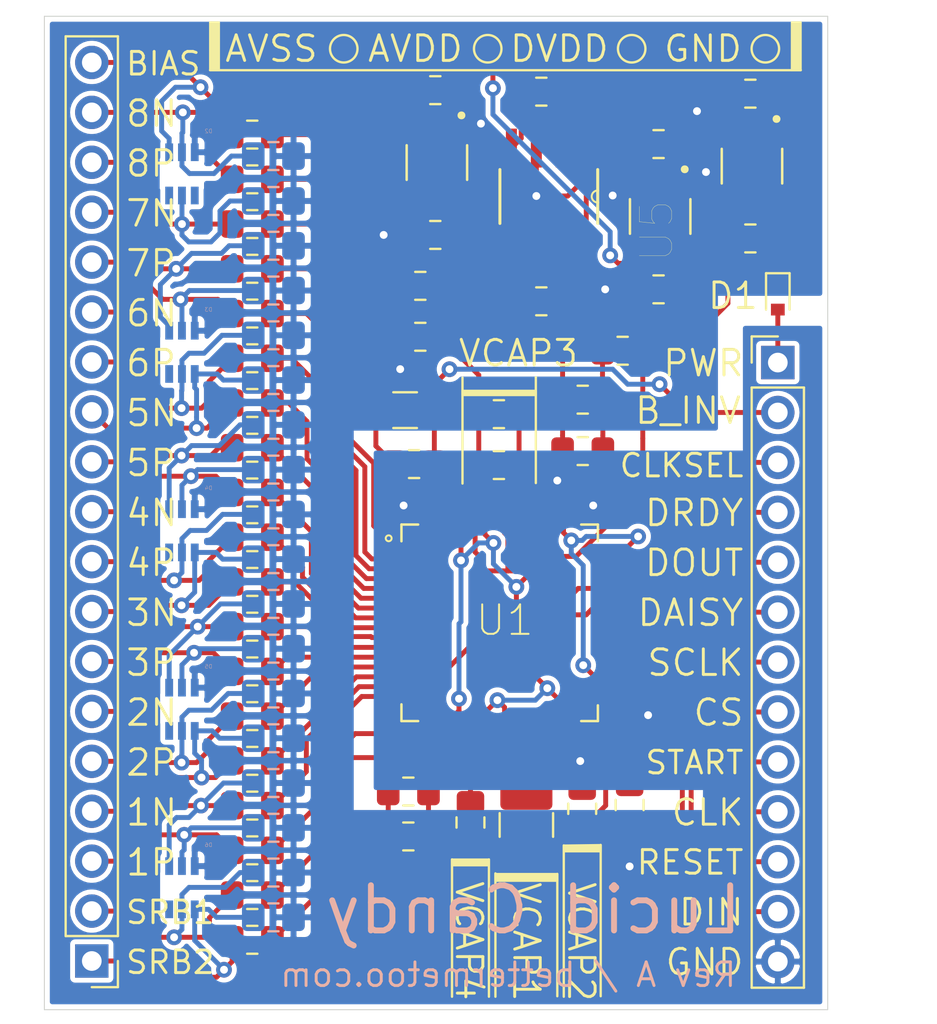
<source format=kicad_pcb>
(kicad_pcb (version 20171130) (host pcbnew "(5.1.2-1)-1")
  (layers (0 F.Cu signal) (31 B.Cu signal) (34 B.Paste user) (35 F.Paste user) (36 B.SilkS user) (37 F.SilkS user) (38 B.Mask user) (39 F.Mask user) (44 Edge.Cuts user))
  (net 0 "")
  (net 1 GNDA)
  (net 2 "Net-(C1-Pad2)")
  (net 3 DVDD3.3V)
  (net 4 "Net-(C3-Pad1)")
  (net 5 "Net-(C3-Pad2)")
  (net 6 AVDD2.5V)
  (net 7 "Net-(C6-Pad1)")
  (net 8 AVSS-2.5V)
  (net 9 "Net-(C12-Pad1)")
  (net 10 "Net-(C14-Pad2)")
  (net 11 BIASINV)
  (net 12 "Net-(C16-Pad2)")
  (net 13 "Net-(C17-Pad2)")
  (net 14 "Net-(C20-Pad1)")
  (net 15 SRB1_Electrode)
  (net 16 SRB2_Electrode)
  (net 17 Electrode_8N)
  (net 18 Electrode_8P)
  (net 19 Electrode_7N)
  (net 20 Electrode_7P)
  (net 21 Electrode_6N)
  (net 22 Electrode_6P)
  (net 23 Electrode_5N)
  (net 24 Electrode_5P)
  (net 25 Electrode_4N)
  (net 26 Electrode_4P)
  (net 27 Electrode_3N)
  (net 28 Electrode_3P)
  (net 29 Electrode_2N)
  (net 30 Electrode_2P)
  (net 31 Electrode_1N)
  (net 32 Electrode_1P)
  (net 33 RAW)
  (net 34 Bias_Electrode)
  (net 35 RESET)
  (net 36 CS)
  (net 37 MISO)
  (net 38 DRDY)
  (net 39 SCLK)
  (net 40 CLKSEL)
  (net 41 CLK)
  (net 42 START)
  (net 43 DAISY_IN)
  (net 44 MOSI)
  (net 45 "Net-(R1-Pad1)")
  (net 46 "Net-(U2-Pad4)")
  (net 47 "Net-(U3-Pad4)")
  (net 48 "Net-(U4-Pad4)")
  (net 49 "Net-(C15-Pad1)")
  (net 50 "Net-(D2-Pad4)")
  (net 51 "Net-(R4-Pad1)")
  (net 52 "Net-(R5-Pad2)")
  (net 53 "Net-(R6-Pad1)")
  (net 54 "Net-(R7-Pad2)")
  (net 55 "Net-(R8-Pad1)")
  (net 56 "Net-(R9-Pad2)")
  (net 57 "Net-(R10-Pad1)")
  (net 58 "Net-(R11-Pad2)")
  (net 59 "Net-(R12-Pad1)")
  (net 60 "Net-(R13-Pad2)")
  (net 61 "Net-(R14-Pad1)")
  (net 62 "Net-(R15-Pad2)")
  (net 63 "Net-(R16-Pad1)")
  (net 64 "Net-(R17-Pad2)")
  (net 65 "Net-(R18-Pad1)")
  (net 66 "Net-(R19-Pad2)")
  (net 67 "Net-(R20-Pad1)")
  (net 68 "Net-(R21-Pad2)")
  (module TestPoint:TestPoint_Pad_D1.0mm (layer F.Cu) (at 214.249 53.213)
    (fp_text reference GND (at -3.175 0) (layer F.SilkS) (effects (font (size 1.3 1.3))))
    (fp_text value TestPoint_Pad_D1.0mm)
    (pad 1 smd circle (at 0 0) (size 1 1) (layers F.Cu F.Mask) (net 1 GNDA))
  )
  (module TestPoint:TestPoint_Pad_D1.0mm (layer F.Cu) (at 207.444666 53.213)
    (fp_text reference DVDD (at -3.683 0) (layer F.SilkS) (effects (font (size 1.3 1.3))))
    (fp_text value TestPoint_Pad_D1.0mm)
    (pad 1 smd circle (at 0 0) (size 1 1) (layers F.Cu F.Mask) (net 3 DVDD3.3V))
  )
  (module TestPoint:TestPoint_Pad_D1.0mm (layer F.Cu) (at 200.115333 53.213)
    (fp_text reference AVDD (at -3.683 0) (layer F.SilkS) (effects (font (size 1.3 1.3))))
    (fp_text value TestPoint_Pad_D1.0mm)
    (pad 1 smd circle (at 0 0) (size 1 1) (layers F.Cu F.Mask) (net 6 AVDD2.5V))
  )
  (module TestPoint:TestPoint_Pad_D1.0mm (layer F.Cu) (at 192.786 53.213)
    (fp_text reference AVSS (at -3.683 0) (layer F.SilkS) (effects (font (size 1.3 1.3))))
    (fp_text value TestPoint_Pad_D1.0mm)
    (pad 1 smd circle (at 0 0) (size 1 1) (layers F.Cu F.Mask) (net 8 AVSS-2.5V))
  )
  (module Sensor:ADS1299IPAG (layer F.Cu) (at 200.7235 82.423)
    (fp_text reference U1 (at 0.254 -0.127) (layer F.SilkS) (effects (font (size 1.5 1.5) (thickness 0.1))))
    (fp_text value ADS1299IPAG)
    (pad 64 smd rect (at -3.75 -5.63) (size 0.3 1.26) (layers F.Cu F.Paste F.Mask) (net 1 GNDA))
    (pad 63 smd rect (at -3.25 -5.63) (size 0.3 1.26) (layers F.Cu F.Paste F.Mask) (net 49 "Net-(C15-Pad1)"))
    (pad 62 smd rect (at -2.75 -5.63) (size 0.3 1.26) (layers F.Cu F.Paste F.Mask) (net 49 "Net-(C15-Pad1)"))
    (pad 61 smd rect (at -2.25 -5.63) (size 0.3 1.26) (layers F.Cu F.Paste F.Mask) (net 11 BIASINV))
    (pad 60 smd rect (at -1.75 -5.63) (size 0.3 1.26) (layers F.Cu F.Paste F.Mask) (net 8 AVSS-2.5V))
    (pad 59 smd rect (at -1.25 -5.63) (size 0.3 1.26) (layers F.Cu F.Paste F.Mask) (net 6 AVDD2.5V))
    (pad 58 smd rect (at -0.75 -5.63) (size 0.3 1.26) (layers F.Cu F.Paste F.Mask) (net 8 AVSS-2.5V))
    (pad 57 smd rect (at -0.25 -5.63) (size 0.3 1.26) (layers F.Cu F.Paste F.Mask) (net 8 AVSS-2.5V))
    (pad 56 smd rect (at 0.25 -5.63) (size 0.3 1.26) (layers F.Cu F.Paste F.Mask) (net 6 AVDD2.5V))
    (pad 55 smd rect (at 0.75 -5.63) (size 0.3 1.26) (layers F.Cu F.Paste F.Mask) (net 9 "Net-(C12-Pad1)"))
    (pad 54 smd rect (at 1.25 -5.63) (size 0.3 1.26) (layers F.Cu F.Paste F.Mask) (net 6 AVDD2.5V))
    (pad 53 smd rect (at 1.75 -5.63) (size 0.3 1.26) (layers F.Cu F.Paste F.Mask) (net 8 AVSS-2.5V))
    (pad 52 smd rect (at 2.25 -5.63) (size 0.3 1.26) (layers F.Cu F.Paste F.Mask) (net 40 CLKSEL))
    (pad 51 smd rect (at 2.75 -5.63) (size 0.3 1.26) (layers F.Cu F.Paste F.Mask) (net 1 GNDA))
    (pad 50 smd rect (at 3.25 -5.63) (size 0.3 1.26) (layers F.Cu F.Paste F.Mask) (net 3 DVDD3.3V))
    (pad 49 smd rect (at 3.75 -5.63) (size 0.3 1.26) (layers F.Cu F.Paste F.Mask) (net 1 GNDA))
    (pad 48 smd rect (at 5.63 -3.75) (size 1.26 0.3) (layers F.Cu F.Paste F.Mask) (net 3 DVDD3.3V))
    (pad 47 smd rect (at 5.63 -3.25) (size 1.26 0.3) (layers F.Cu F.Paste F.Mask) (net 38 DRDY))
    (pad 46 smd rect (at 5.63 -2.75) (size 1.26 0.3) (layers F.Cu F.Paste F.Mask) (net 45 "Net-(R1-Pad1)"))
    (pad 45 smd rect (at 5.63 -2.25) (size 1.26 0.3) (layers F.Cu F.Paste F.Mask) (net 45 "Net-(R1-Pad1)"))
    (pad 44 smd rect (at 5.63 -1.75) (size 1.26 0.3) (layers F.Cu F.Paste F.Mask) (net 45 "Net-(R1-Pad1)"))
    (pad 43 smd rect (at 5.63 -1.25) (size 1.26 0.3) (layers F.Cu F.Paste F.Mask) (net 37 MISO))
    (pad 42 smd rect (at 5.63 -0.75) (size 1.26 0.3) (layers F.Cu F.Paste F.Mask) (net 45 "Net-(R1-Pad1)"))
    (pad 41 smd rect (at 5.63 -0.25) (size 1.26 0.3) (layers F.Cu F.Paste F.Mask) (net 43 DAISY_IN))
    (pad 40 smd rect (at 5.63 0.25) (size 1.26 0.3) (layers F.Cu F.Paste F.Mask) (net 39 SCLK))
    (pad 39 smd rect (at 5.63 0.75) (size 1.26 0.3) (layers F.Cu F.Paste F.Mask) (net 36 CS))
    (pad 38 smd rect (at 5.63 1.25) (size 1.26 0.3) (layers F.Cu F.Paste F.Mask) (net 42 START))
    (pad 37 smd rect (at 5.63 1.75) (size 1.26 0.3) (layers F.Cu F.Paste F.Mask) (net 41 CLK))
    (pad 36 smd rect (at 5.63 2.25) (size 1.26 0.3) (layers F.Cu F.Paste F.Mask) (net 35 RESET))
    (pad 35 smd rect (at 5.63 2.75) (size 1.26 0.3) (layers F.Cu F.Paste F.Mask) (net 3 DVDD3.3V))
    (pad 34 smd rect (at 5.63 3.25) (size 1.26 0.3) (layers F.Cu F.Paste F.Mask) (net 44 MOSI))
    (pad 33 smd rect (at 5.63 3.75) (size 1.26 0.3) (layers F.Cu F.Paste F.Mask) (net 1 GNDA))
    (pad 32 smd rect (at 3.75 5.63) (size 0.3 1.26) (layers F.Cu F.Paste F.Mask) (net 8 AVSS-2.5V))
    (pad 31 smd rect (at 3.25 5.63) (size 0.3 1.26) (layers F.Cu F.Paste F.Mask) (net 1 GNDA))
    (pad 30 smd rect (at 2.75 5.63) (size 0.3 1.26) (layers F.Cu F.Paste F.Mask) (net 13 "Net-(C17-Pad2)"))
    (pad 29 smd rect (at 2.25 5.63) (size 0.3 1.26) (layers F.Cu F.Paste F.Mask))
    (pad 28 smd rect (at 1.75 5.63) (size 0.3 1.26) (layers F.Cu F.Paste F.Mask) (net 12 "Net-(C16-Pad2)"))
    (pad 27 smd rect (at 1.25 5.63) (size 0.3 1.26) (layers F.Cu F.Paste F.Mask))
    (pad 26 smd rect (at 0.75 5.63) (size 0.3 1.26) (layers F.Cu F.Paste F.Mask) (net 10 "Net-(C14-Pad2)"))
    (pad 25 smd rect (at 0.25 5.63) (size 0.3 1.26) (layers F.Cu F.Paste F.Mask) (net 8 AVSS-2.5V))
    (pad 24 smd rect (at -0.25 5.63) (size 0.3 1.26) (layers F.Cu F.Paste F.Mask) (net 14 "Net-(C20-Pad1)"))
    (pad 23 smd rect (at -0.75 5.63) (size 0.3 1.26) (layers F.Cu F.Paste F.Mask) (net 8 AVSS-2.5V))
    (pad 22 smd rect (at -1.25 5.63) (size 0.3 1.26) (layers F.Cu F.Paste F.Mask) (net 6 AVDD2.5V))
    (pad 21 smd rect (at -1.75 5.63) (size 0.3 1.26) (layers F.Cu F.Paste F.Mask) (net 6 AVDD2.5V))
    (pad 20 smd rect (at -2.25 5.63) (size 0.3 1.26) (layers F.Cu F.Paste F.Mask) (net 8 AVSS-2.5V))
    (pad 19 smd rect (at -2.75 5.63) (size 0.3 1.26) (layers F.Cu F.Paste F.Mask) (net 6 AVDD2.5V))
    (pad 18 smd rect (at -3.25 5.63) (size 0.3 1.26) (layers F.Cu F.Paste F.Mask) (net 68 "Net-(R21-Pad2)"))
    (pad 17 smd rect (at -3.75 5.63) (size 0.3 1.26) (layers F.Cu F.Paste F.Mask) (net 67 "Net-(R20-Pad1)"))
    (pad 16 smd rect (at -5.63 3.75) (size 1.26 0.3) (layers F.Cu F.Paste F.Mask) (net 66 "Net-(R19-Pad2)"))
    (pad 15 smd rect (at -5.63 3.25) (size 1.26 0.3) (layers F.Cu F.Paste F.Mask) (net 65 "Net-(R18-Pad1)"))
    (pad 14 smd rect (at -5.63 2.75) (size 1.26 0.3) (layers F.Cu F.Paste F.Mask) (net 64 "Net-(R17-Pad2)"))
    (pad 13 smd rect (at -5.63 2.25) (size 1.26 0.3) (layers F.Cu F.Paste F.Mask) (net 63 "Net-(R16-Pad1)"))
    (pad 12 smd rect (at -5.63 1.75) (size 1.26 0.3) (layers F.Cu F.Paste F.Mask) (net 62 "Net-(R15-Pad2)"))
    (pad 11 smd rect (at -5.63 1.25) (size 1.26 0.3) (layers F.Cu F.Paste F.Mask) (net 61 "Net-(R14-Pad1)"))
    (pad 10 smd rect (at -5.63 0.75) (size 1.26 0.3) (layers F.Cu F.Paste F.Mask) (net 60 "Net-(R13-Pad2)"))
    (pad 9 smd rect (at -5.63 0.25) (size 1.26 0.3) (layers F.Cu F.Paste F.Mask) (net 59 "Net-(R12-Pad1)"))
    (pad 8 smd rect (at -5.63 -0.25) (size 1.26 0.3) (layers F.Cu F.Paste F.Mask) (net 58 "Net-(R11-Pad2)"))
    (pad 7 smd rect (at -5.63 -0.75) (size 1.26 0.3) (layers F.Cu F.Paste F.Mask) (net 57 "Net-(R10-Pad1)"))
    (pad 6 smd rect (at -5.63 -1.25) (size 1.26 0.3) (layers F.Cu F.Paste F.Mask) (net 56 "Net-(R9-Pad2)"))
    (pad 5 smd rect (at -5.63 -1.75) (size 1.26 0.3) (layers F.Cu F.Paste F.Mask) (net 55 "Net-(R8-Pad1)"))
    (pad 4 smd rect (at -5.63 -2.25) (size 1.26 0.3) (layers F.Cu F.Paste F.Mask) (net 54 "Net-(R7-Pad2)"))
    (pad 3 smd rect (at -5.63 -2.75) (size 1.26 0.3) (layers F.Cu F.Paste F.Mask) (net 53 "Net-(R6-Pad1)"))
    (pad 2 smd rect (at -5.63 -3.25) (size 1.26 0.3) (layers F.Cu F.Paste F.Mask) (net 52 "Net-(R5-Pad2)"))
    (pad 1 smd rect (at -5.63 -3.75) (size 1.26 0.3) (layers F.Cu F.Paste F.Mask) (net 51 "Net-(R4-Pad1)"))
  )
  (module Capacitor_SMD:C_0805_2012Metric_Pad1.15x1.40mm_HandSolder (layer F.Cu) (at 213.487 55.499)
    (fp_text reference C1 hide)
    (fp_text value 4.7uF)
    (pad 1 smd roundrect (at -1.025 0) (size 1.15 1.4) (layers F.Cu F.Paste F.Mask) (roundrect_rratio 0.217391) (net 1 GNDA))
    (pad 2 smd roundrect (at 1.025 0) (size 1.15 1.4) (layers F.Cu F.Paste F.Mask) (roundrect_rratio 0.217391) (net 2 "Net-(C1-Pad2)"))
  )
  (module Capacitor_SMD:C_0805_2012Metric_Pad1.15x1.40mm_HandSolder (layer F.Cu) (at 213.487 62.865 180)
    (fp_text reference C2 hide)
    (fp_text value 4.7uF)
    (pad 1 smd roundrect (at -1.025 0 180) (size 1.15 1.4) (layers F.Cu F.Paste F.Mask) (roundrect_rratio 0.217391) (net 3 DVDD3.3V))
    (pad 2 smd roundrect (at 1.025 0 180) (size 1.15 1.4) (layers F.Cu F.Paste F.Mask) (roundrect_rratio 0.217391) (net 1 GNDA))
  )
  (module Capacitor_SMD:C_0805_2012Metric_Pad1.15x1.40mm_HandSolder (layer F.Cu) (at 202.8444 55.3974)
    (fp_text reference C3 hide)
    (fp_text value 10uF)
    (pad 1 smd roundrect (at -1.025 0) (size 1.15 1.4) (layers F.Cu F.Paste F.Mask) (roundrect_rratio 0.217391) (net 4 "Net-(C3-Pad1)"))
    (pad 2 smd roundrect (at 1.025 0) (size 1.15 1.4) (layers F.Cu F.Paste F.Mask) (roundrect_rratio 0.217391) (net 5 "Net-(C3-Pad2)"))
  )
  (module Capacitor_SMD:C_0805_2012Metric_Pad1.15x1.40mm_HandSolder (layer F.Cu) (at 208.8134 65.4558 180)
    (fp_text reference C4 hide)
    (fp_text value 4.7uF)
    (pad 2 smd roundrect (at 1.025 0 180) (size 1.15 1.4) (layers F.Cu F.Paste F.Mask) (roundrect_rratio 0.217391) (net 1 GNDA))
    (pad 1 smd roundrect (at -1.025 0 180) (size 1.15 1.4) (layers F.Cu F.Paste F.Mask) (roundrect_rratio 0.217391) (net 6 AVDD2.5V))
  )
  (module Capacitor_SMD:C_0805_2012Metric_Pad1.15x1.40mm_HandSolder (layer F.Cu) (at 208.8134 58.0644)
    (fp_text reference C5 hide)
    (fp_text value 4.7uF)
    (pad 1 smd roundrect (at -1.025 0) (size 1.15 1.4) (layers F.Cu F.Paste F.Mask) (roundrect_rratio 0.217391) (net 1 GNDA))
    (pad 2 smd roundrect (at 1.025 0) (size 1.15 1.4) (layers F.Cu F.Paste F.Mask) (roundrect_rratio 0.217391) (net 3 DVDD3.3V))
  )
  (module Capacitor_SMD:C_0805_2012Metric_Pad1.15x1.40mm_HandSolder (layer F.Cu) (at 202.8444 66.0654)
    (fp_text reference C6 hide)
    (fp_text value 10uF)
    (pad 2 smd roundrect (at 1.025 0) (size 1.15 1.4) (layers F.Cu F.Paste F.Mask) (roundrect_rratio 0.217391) (net 1 GNDA))
    (pad 1 smd roundrect (at -1.025 0) (size 1.15 1.4) (layers F.Cu F.Paste F.Mask) (roundrect_rratio 0.217391) (net 7 "Net-(C6-Pad1)"))
  )
  (module Capacitor_SMD:C_0805_2012Metric_Pad1.15x1.40mm_HandSolder (layer F.Cu) (at 197.4469 55.3212)
    (fp_text reference C7 hide)
    (fp_text value 2.2uF)
    (pad 1 smd roundrect (at -1.025 0) (size 1.15 1.4) (layers F.Cu F.Paste F.Mask) (roundrect_rratio 0.217391) (net 7 "Net-(C6-Pad1)"))
    (pad 2 smd roundrect (at 1.025 0) (size 1.15 1.4) (layers F.Cu F.Paste F.Mask) (roundrect_rratio 0.217391) (net 1 GNDA))
  )
  (module Capacitor_SMD:C_0805_2012Metric_Pad1.15x1.40mm_HandSolder (layer F.Cu) (at 197.4469 62.6872)
    (fp_text reference C8 hide)
    (fp_text value 2.2uF)
    (pad 2 smd roundrect (at 1.025 0) (size 1.15 1.4) (layers F.Cu F.Paste F.Mask) (roundrect_rratio 0.217391) (net 8 AVSS-2.5V))
    (pad 1 smd roundrect (at -1.025 0) (size 1.15 1.4) (layers F.Cu F.Paste F.Mask) (roundrect_rratio 0.217391) (net 1 GNDA))
  )
  (module Capacitor_SMD:C_0805_2012Metric_Pad1.15x1.40mm_HandSolder (layer F.Cu) (at 204.9526 73.6854)
    (fp_text reference C9 hide)
    (fp_text value 0.1uF)
    (pad 1 smd roundrect (at -1.025 0) (size 1.15 1.4) (layers F.Cu F.Paste F.Mask) (roundrect_rratio 0.217391) (net 6 AVDD2.5V))
    (pad 2 smd roundrect (at 1.025 0) (size 1.15 1.4) (layers F.Cu F.Paste F.Mask) (roundrect_rratio 0.217391) (net 1 GNDA))
  )
  (module Capacitor_SMD:C_0805_2012Metric_Pad1.15x1.40mm_HandSolder (layer F.Cu) (at 204.9526 71.0692)
    (fp_text reference C10 hide)
    (fp_text value 1uF)
    (pad 2 smd roundrect (at 1.025 0) (size 1.15 1.4) (layers F.Cu F.Paste F.Mask) (roundrect_rratio 0.217391) (net 1 GNDA))
    (pad 1 smd roundrect (at -1.025 0) (size 1.15 1.4) (layers F.Cu F.Paste F.Mask) (roundrect_rratio 0.217391) (net 6 AVDD2.5V))
  )
  (module Capacitor_SMD:C_0805_2012Metric_Pad1.15x1.40mm_HandSolder (layer F.Cu) (at 206.9846 68.58 180)
    (fp_text reference C11 hide)
    (fp_text value 1uF)
    (pad 1 smd roundrect (at -1.025 0 180) (size 1.15 1.4) (layers F.Cu F.Paste F.Mask) (roundrect_rratio 0.217391) (net 3 DVDD3.3V))
    (pad 2 smd roundrect (at 1.025 0 180) (size 1.15 1.4) (layers F.Cu F.Paste F.Mask) (roundrect_rratio 0.217391) (net 1 GNDA))
  )
  (module Capacitor_SMD:C_0805_2012Metric_Pad1.15x1.40mm_HandSolder (layer F.Cu) (at 200.6854 74.3966 180)
    (fp_text reference C12 hide)
    (fp_text value 0.1uF)
    (pad 1 smd roundrect (at -1.025 0 180) (size 1.15 1.4) (layers F.Cu F.Paste F.Mask) (roundrect_rratio 0.217391) (net 9 "Net-(C12-Pad1)"))
    (pad 2 smd roundrect (at 1.025 0 180) (size 1.15 1.4) (layers F.Cu F.Paste F.Mask) (roundrect_rratio 0.217391) (net 8 AVSS-2.5V))
  )
  (module Capacitor_SMD:C_0805_2012Metric_Pad1.15x1.40mm_HandSolder (layer F.Cu) (at 200.6854 71.8058 180)
    (fp_text reference C13 hide)
    (fp_text value 1uF)
    (pad 2 smd roundrect (at 1.025 0 180) (size 1.15 1.4) (layers F.Cu F.Paste F.Mask) (roundrect_rratio 0.217391) (net 8 AVSS-2.5V))
    (pad 1 smd roundrect (at -1.025 0 180) (size 1.15 1.4) (layers F.Cu F.Paste F.Mask) (roundrect_rratio 0.217391) (net 9 "Net-(C12-Pad1)"))
  )
  (module Capacitor_SMD:C_0805_2012Metric_Pad1.15x1.40mm_HandSolder (layer F.Cu) (at 199.2376 92.583 90)
    (fp_text reference C14 hide)
    (fp_text value 1uF)
    (pad 1 smd roundrect (at -1.025 0 90) (size 1.15 1.4) (layers F.Cu F.Paste F.Mask) (roundrect_rratio 0.217391) (net 8 AVSS-2.5V))
    (pad 2 smd roundrect (at 1.025 0 90) (size 1.15 1.4) (layers F.Cu F.Paste F.Mask) (roundrect_rratio 0.217391) (net 10 "Net-(C14-Pad2)"))
  )
  (module Capacitor_SMD:C_0805_2012Metric_Pad1.15x1.40mm_HandSolder (layer F.Cu) (at 196.3674 74.3458)
    (fp_text reference C15 hide)
    (fp_text value 1.5uF)
    (pad 2 smd roundrect (at 1.025 0) (size 1.15 1.4) (layers F.Cu F.Paste F.Mask) (roundrect_rratio 0.217391) (net 11 BIASINV))
    (pad 1 smd roundrect (at -1.025 0) (size 1.15 1.4) (layers F.Cu F.Paste F.Mask) (roundrect_rratio 0.217391) (net 49 "Net-(C15-Pad1)"))
  )
  (module Capacitor_SMD:C_1210_3225Metric_Pad1.42x2.65mm_HandSolder (layer F.Cu) (at 202.0834 92.71 90)
    (fp_text reference C16 hide)
    (fp_text value 100uF)
    (pad 1 smd roundrect (at -1.4875 0 90) (size 1.425 2.65) (layers F.Cu F.Paste F.Mask) (roundrect_rratio 0.175439) (net 8 AVSS-2.5V))
    (pad 2 smd roundrect (at 1.4875 0 90) (size 1.425 2.65) (layers F.Cu F.Paste F.Mask) (roundrect_rratio 0.175439) (net 12 "Net-(C16-Pad2)"))
  )
  (module Capacitor_SMD:C_0805_2012Metric_Pad1.15x1.40mm_HandSolder (layer F.Cu) (at 204.9252 91.8845 90)
    (fp_text reference C17 hide)
    (fp_text value 1uF)
    (pad 2 smd roundrect (at 1.025 0 90) (size 1.15 1.4) (layers F.Cu F.Paste F.Mask) (roundrect_rratio 0.217391) (net 13 "Net-(C17-Pad2)"))
    (pad 1 smd roundrect (at -1.025 0 90) (size 1.15 1.4) (layers F.Cu F.Paste F.Mask) (roundrect_rratio 0.217391) (net 8 AVSS-2.5V))
  )
  (module Capacitor_SMD:C_0805_2012Metric_Pad1.15x1.40mm_HandSolder (layer F.Cu) (at 196.6849 65.278)
    (fp_text reference C18 hide)
    (fp_text value 0.1uF)
    (pad 2 smd roundrect (at 1.025 0) (size 1.15 1.4) (layers F.Cu F.Paste F.Mask) (roundrect_rratio 0.217391) (net 8 AVSS-2.5V))
    (pad 1 smd roundrect (at -1.025 0) (size 1.15 1.4) (layers F.Cu F.Paste F.Mask) (roundrect_rratio 0.217391) (net 1 GNDA))
  )
  (module Capacitor_SMD:C_0805_2012Metric_Pad1.15x1.40mm_HandSolder (layer F.Cu) (at 196.6849 67.8688)
    (fp_text reference C19 hide)
    (fp_text value 1uF)
    (pad 1 smd roundrect (at -1.025 0) (size 1.15 1.4) (layers F.Cu F.Paste F.Mask) (roundrect_rratio 0.217391) (net 1 GNDA))
    (pad 2 smd roundrect (at 1.025 0) (size 1.15 1.4) (layers F.Cu F.Paste F.Mask) (roundrect_rratio 0.217391) (net 8 AVSS-2.5V))
  )
  (module Capacitor_SMD:C_0805_2012Metric_Pad1.15x1.40mm_HandSolder (layer F.Cu) (at 196.0753 93.2942)
    (fp_text reference C20 hide)
    (fp_text value 10uF)
    (pad 2 smd roundrect (at 1.025 0) (size 1.15 1.4) (layers F.Cu F.Paste F.Mask) (roundrect_rratio 0.217391) (net 8 AVSS-2.5V))
    (pad 1 smd roundrect (at -1.025 0) (size 1.15 1.4) (layers F.Cu F.Paste F.Mask) (roundrect_rratio 0.217391) (net 14 "Net-(C20-Pad1)"))
  )
  (module Capacitor_SMD:C_0805_2012Metric_Pad1.15x1.40mm_HandSolder (layer F.Cu) (at 196.0753 91.0082)
    (fp_text reference C21 hide)
    (fp_text value 0.1uF)
    (pad 1 smd roundrect (at -1.025 0) (size 1.15 1.4) (layers F.Cu F.Paste F.Mask) (roundrect_rratio 0.217391) (net 14 "Net-(C20-Pad1)"))
    (pad 2 smd roundrect (at 1.025 0) (size 1.15 1.4) (layers F.Cu F.Paste F.Mask) (roundrect_rratio 0.217391) (net 8 AVSS-2.5V))
  )
  (module Capacitor_SMD:C_0805_2012Metric_Pad1.15x1.40mm_HandSolder (layer B.Cu) (at 189.2046 95.13093)
    (fp_text reference C38 hide)
    (fp_text value 4.7nF hide)
    (pad 2 smd roundrect (at 1.025 0) (size 1.15 1.4) (layers B.Cu B.Paste B.Mask) (roundrect_rratio 0.217391) (net 1 GNDA))
    (pad 1 smd roundrect (at -1.025 0) (size 1.15 1.4) (layers B.Cu B.Paste B.Mask) (roundrect_rratio 0.217391) (net 15 SRB1_Electrode))
  )
  (module Capacitor_SMD:C_0805_2012Metric_Pad1.15x1.40mm_HandSolder (layer B.Cu) (at 189.2046 97.409 180)
    (fp_text reference C39 hide)
    (fp_text value 4.7nF hide)
    (pad 2 smd roundrect (at 1.025 0 180) (size 1.15 1.4) (layers B.Cu B.Paste B.Mask) (roundrect_rratio 0.217391) (net 16 SRB2_Electrode))
    (pad 1 smd roundrect (at -1.025 0 180) (size 1.15 1.4) (layers B.Cu B.Paste B.Mask) (roundrect_rratio 0.217391) (net 1 GNDA))
  )
  (module Capacitor_SMD:C_0805_2012Metric_Pad1.15x1.40mm_HandSolder (layer B.Cu) (at 189.2046 58.674)
    (fp_text reference C22 hide)
    (fp_text value 4.7nF hide)
    (pad 1 smd roundrect (at -1.025 0) (size 1.15 1.4) (layers B.Cu B.Paste B.Mask) (roundrect_rratio 0.217391) (net 17 Electrode_8N))
    (pad 2 smd roundrect (at 1.025 0) (size 1.15 1.4) (layers B.Cu B.Paste B.Mask) (roundrect_rratio 0.217391) (net 1 GNDA))
  )
  (module Capacitor_SMD:C_0805_2012Metric_Pad1.15x1.40mm_HandSolder (layer B.Cu) (at 189.2046 60.96 180)
    (fp_text reference C23 hide)
    (fp_text value 4.7nF hide)
    (pad 2 smd roundrect (at 1.025 0 180) (size 1.15 1.4) (layers B.Cu B.Paste B.Mask) (roundrect_rratio 0.217391) (net 18 Electrode_8P))
    (pad 1 smd roundrect (at -1.025 0 180) (size 1.15 1.4) (layers B.Cu B.Paste B.Mask) (roundrect_rratio 0.217391) (net 1 GNDA))
  )
  (module Capacitor_SMD:C_0805_2012Metric_Pad1.15x1.40mm_HandSolder (layer B.Cu) (at 189.2046 63.238062)
    (fp_text reference C24 hide)
    (fp_text value 4.7nF hide)
    (pad 2 smd roundrect (at 1.025 0) (size 1.15 1.4) (layers B.Cu B.Paste B.Mask) (roundrect_rratio 0.217391) (net 1 GNDA))
    (pad 1 smd roundrect (at -1.025 0) (size 1.15 1.4) (layers B.Cu B.Paste B.Mask) (roundrect_rratio 0.217391) (net 19 Electrode_7N))
  )
  (module Capacitor_SMD:C_0805_2012Metric_Pad1.15x1.40mm_HandSolder (layer B.Cu) (at 189.2046 65.516124 180)
    (fp_text reference C25 hide)
    (fp_text value 4.7nF hide)
    (pad 1 smd roundrect (at -1.025 0 180) (size 1.15 1.4) (layers B.Cu B.Paste B.Mask) (roundrect_rratio 0.217391) (net 1 GNDA))
    (pad 2 smd roundrect (at 1.025 0 180) (size 1.15 1.4) (layers B.Cu B.Paste B.Mask) (roundrect_rratio 0.217391) (net 20 Electrode_7P))
  )
  (module Capacitor_SMD:C_0805_2012Metric_Pad1.15x1.40mm_HandSolder (layer B.Cu) (at 189.2046 67.794186)
    (fp_text reference C26 hide)
    (fp_text value 4.7nF hide)
    (pad 1 smd roundrect (at -1.025 0) (size 1.15 1.4) (layers B.Cu B.Paste B.Mask) (roundrect_rratio 0.217391) (net 21 Electrode_6N))
    (pad 2 smd roundrect (at 1.025 0) (size 1.15 1.4) (layers B.Cu B.Paste B.Mask) (roundrect_rratio 0.217391) (net 1 GNDA))
  )
  (module Capacitor_SMD:C_0805_2012Metric_Pad1.15x1.40mm_HandSolder (layer B.Cu) (at 189.2046 70.072248 180)
    (fp_text reference C27 hide)
    (fp_text value 4.7nF hide)
    (pad 2 smd roundrect (at 1.025 0 180) (size 1.15 1.4) (layers B.Cu B.Paste B.Mask) (roundrect_rratio 0.217391) (net 22 Electrode_6P))
    (pad 1 smd roundrect (at -1.025 0 180) (size 1.15 1.4) (layers B.Cu B.Paste B.Mask) (roundrect_rratio 0.217391) (net 1 GNDA))
  )
  (module Capacitor_SMD:C_0805_2012Metric_Pad1.15x1.40mm_HandSolder (layer B.Cu) (at 189.2046 72.35031)
    (fp_text reference C28 hide)
    (fp_text value 4.7nF hide)
    (pad 1 smd roundrect (at -1.025 0) (size 1.15 1.4) (layers B.Cu B.Paste B.Mask) (roundrect_rratio 0.217391) (net 23 Electrode_5N))
    (pad 2 smd roundrect (at 1.025 0) (size 1.15 1.4) (layers B.Cu B.Paste B.Mask) (roundrect_rratio 0.217391) (net 1 GNDA))
  )
  (module Capacitor_SMD:C_0805_2012Metric_Pad1.15x1.40mm_HandSolder (layer B.Cu) (at 189.2046 74.628372 180)
    (fp_text reference C29 hide)
    (fp_text value 4.7nF hide)
    (pad 2 smd roundrect (at 1.025 0 180) (size 1.15 1.4) (layers B.Cu B.Paste B.Mask) (roundrect_rratio 0.217391) (net 24 Electrode_5P))
    (pad 1 smd roundrect (at -1.025 0 180) (size 1.15 1.4) (layers B.Cu B.Paste B.Mask) (roundrect_rratio 0.217391) (net 1 GNDA))
  )
  (module Capacitor_SMD:C_0805_2012Metric_Pad1.15x1.40mm_HandSolder (layer B.Cu) (at 189.2046 76.906434)
    (fp_text reference C30 hide)
    (fp_text value 4.7nF hide)
    (pad 2 smd roundrect (at 1.025 0) (size 1.15 1.4) (layers B.Cu B.Paste B.Mask) (roundrect_rratio 0.217391) (net 1 GNDA))
    (pad 1 smd roundrect (at -1.025 0) (size 1.15 1.4) (layers B.Cu B.Paste B.Mask) (roundrect_rratio 0.217391) (net 25 Electrode_4N))
  )
  (module Capacitor_SMD:C_0805_2012Metric_Pad1.15x1.40mm_HandSolder (layer B.Cu) (at 189.2046 79.184496 180)
    (fp_text reference C31 hide)
    (fp_text value 4.7nF hide)
    (pad 1 smd roundrect (at -1.025 0 180) (size 1.15 1.4) (layers B.Cu B.Paste B.Mask) (roundrect_rratio 0.217391) (net 1 GNDA))
    (pad 2 smd roundrect (at 1.025 0 180) (size 1.15 1.4) (layers B.Cu B.Paste B.Mask) (roundrect_rratio 0.217391) (net 26 Electrode_4P))
  )
  (module Capacitor_SMD:C_0805_2012Metric_Pad1.15x1.40mm_HandSolder (layer B.Cu) (at 189.2046 81.462558)
    (fp_text reference C32 hide)
    (fp_text value 4.7nF hide)
    (pad 2 smd roundrect (at 1.025 0) (size 1.15 1.4) (layers B.Cu B.Paste B.Mask) (roundrect_rratio 0.217391) (net 1 GNDA))
    (pad 1 smd roundrect (at -1.025 0) (size 1.15 1.4) (layers B.Cu B.Paste B.Mask) (roundrect_rratio 0.217391) (net 27 Electrode_3N))
  )
  (module Capacitor_SMD:C_0805_2012Metric_Pad1.15x1.40mm_HandSolder (layer B.Cu) (at 189.2046 83.74062 180)
    (fp_text reference C33 hide)
    (fp_text value 4.7nF hide)
    (pad 1 smd roundrect (at -1.025 0 180) (size 1.15 1.4) (layers B.Cu B.Paste B.Mask) (roundrect_rratio 0.217391) (net 1 GNDA))
    (pad 2 smd roundrect (at 1.025 0 180) (size 1.15 1.4) (layers B.Cu B.Paste B.Mask) (roundrect_rratio 0.217391) (net 28 Electrode_3P))
  )
  (module Capacitor_SMD:C_0805_2012Metric_Pad1.15x1.40mm_HandSolder (layer B.Cu) (at 189.2046 86.018682)
    (fp_text reference C34 hide)
    (fp_text value 4.7nF hide)
    (pad 1 smd roundrect (at -1.025 0) (size 1.15 1.4) (layers B.Cu B.Paste B.Mask) (roundrect_rratio 0.217391) (net 29 Electrode_2N))
    (pad 2 smd roundrect (at 1.025 0) (size 1.15 1.4) (layers B.Cu B.Paste B.Mask) (roundrect_rratio 0.217391) (net 1 GNDA))
  )
  (module Capacitor_SMD:C_0805_2012Metric_Pad1.15x1.40mm_HandSolder (layer B.Cu) (at 189.2046 88.296744 180)
    (fp_text reference C35 hide)
    (fp_text value 4.7nF hide)
    (pad 2 smd roundrect (at 1.025 0 180) (size 1.15 1.4) (layers B.Cu B.Paste B.Mask) (roundrect_rratio 0.217391) (net 30 Electrode_2P))
    (pad 1 smd roundrect (at -1.025 0 180) (size 1.15 1.4) (layers B.Cu B.Paste B.Mask) (roundrect_rratio 0.217391) (net 1 GNDA))
  )
  (module Capacitor_SMD:C_0805_2012Metric_Pad1.15x1.40mm_HandSolder (layer B.Cu) (at 189.2046 90.574806)
    (fp_text reference C36 hide)
    (fp_text value 4.7nF hide)
    (pad 2 smd roundrect (at 1.025 0) (size 1.15 1.4) (layers B.Cu B.Paste B.Mask) (roundrect_rratio 0.217391) (net 1 GNDA))
    (pad 1 smd roundrect (at -1.025 0) (size 1.15 1.4) (layers B.Cu B.Paste B.Mask) (roundrect_rratio 0.217391) (net 31 Electrode_1N))
  )
  (module Capacitor_SMD:C_0805_2012Metric_Pad1.15x1.40mm_HandSolder (layer B.Cu) (at 189.2046 92.852868 180)
    (fp_text reference C37 hide)
    (fp_text value 4.7nF hide)
    (pad 1 smd roundrect (at -1.025 0 180) (size 1.15 1.4) (layers B.Cu B.Paste B.Mask) (roundrect_rratio 0.217391) (net 1 GNDA))
    (pad 2 smd roundrect (at 1.025 0 180) (size 1.15 1.4) (layers B.Cu B.Paste B.Mask) (roundrect_rratio 0.217391) (net 32 Electrode_1P))
  )
  (module Diode_SMD:D_SOD-523 (layer F.Cu) (at 214.884 65.786 270)
    (fp_text reference D1 (at 0 2.286) (layer F.SilkS) (effects (font (size 1.3 1.3))))
    (fp_text value D)
    (pad 2 smd rect (at 0.7 0 90) (size 0.6 0.7) (layers F.Cu F.Paste F.Mask) (net 33 RAW))
    (pad 1 smd rect (at -0.7 0 90) (size 0.6 0.7) (layers F.Cu F.Paste F.Mask) (net 2 "Net-(C1-Pad2)"))
  )
  (module Connector_PinHeader_2.54mm:PinHeader_1x13_P2.54mm_Vertical (layer F.Cu) (at 214.884 69.1815)
    (fp_text reference J1 hide)
    (fp_text value Conn_01x13)
    (pad 1 thru_hole rect (at 0 0) (size 1.7 1.7) (drill 1) (layers *.Cu *.Mask) (net 33 RAW))
    (pad 2 thru_hole oval (at 0 2.54) (size 1.7 1.7) (drill 1) (layers *.Cu *.Mask) (net 11 BIASINV))
    (pad 3 thru_hole oval (at 0 5.08) (size 1.7 1.7) (drill 1) (layers *.Cu *.Mask) (net 40 CLKSEL))
    (pad 4 thru_hole oval (at 0 7.62) (size 1.7 1.7) (drill 1) (layers *.Cu *.Mask) (net 38 DRDY))
    (pad 5 thru_hole oval (at 0 10.16) (size 1.7 1.7) (drill 1) (layers *.Cu *.Mask) (net 37 MISO))
    (pad 6 thru_hole oval (at 0 12.7) (size 1.7 1.7) (drill 1) (layers *.Cu *.Mask) (net 43 DAISY_IN))
    (pad 7 thru_hole oval (at 0 15.24) (size 1.7 1.7) (drill 1) (layers *.Cu *.Mask) (net 39 SCLK))
    (pad 8 thru_hole oval (at 0 17.78) (size 1.7 1.7) (drill 1) (layers *.Cu *.Mask) (net 36 CS))
    (pad 9 thru_hole oval (at 0 20.32) (size 1.7 1.7) (drill 1) (layers *.Cu *.Mask) (net 42 START))
    (pad 10 thru_hole oval (at 0 22.86) (size 1.7 1.7) (drill 1) (layers *.Cu *.Mask) (net 41 CLK))
    (pad 11 thru_hole oval (at 0 25.4) (size 1.7 1.7) (drill 1) (layers *.Cu *.Mask) (net 35 RESET))
    (pad 12 thru_hole oval (at 0 27.94) (size 1.7 1.7) (drill 1) (layers *.Cu *.Mask) (net 44 MOSI))
    (pad 13 thru_hole oval (at 0 30.48) (size 1.7 1.7) (drill 1) (layers *.Cu *.Mask) (net 1 GNDA))
  )
  (module Connector_PinHeader_2.54mm:PinHeader_1x19_P2.54mm_Vertical (layer F.Cu) (at 179.959 99.6315 180)
    (fp_text reference J2 hide)
    (fp_text value Conn_01x19)
    (pad 1 thru_hole rect (at 0 0 180) (size 1.7 1.7) (drill 1) (layers *.Cu *.Mask) (net 16 SRB2_Electrode))
    (pad 2 thru_hole oval (at 0 2.54 180) (size 1.7 1.7) (drill 1) (layers *.Cu *.Mask) (net 15 SRB1_Electrode))
    (pad 3 thru_hole oval (at 0 5.08 180) (size 1.7 1.7) (drill 1) (layers *.Cu *.Mask) (net 32 Electrode_1P))
    (pad 4 thru_hole oval (at 0 7.62 180) (size 1.7 1.7) (drill 1) (layers *.Cu *.Mask) (net 31 Electrode_1N))
    (pad 5 thru_hole oval (at 0 10.16 180) (size 1.7 1.7) (drill 1) (layers *.Cu *.Mask) (net 30 Electrode_2P))
    (pad 6 thru_hole oval (at 0 12.7 180) (size 1.7 1.7) (drill 1) (layers *.Cu *.Mask) (net 29 Electrode_2N))
    (pad 7 thru_hole oval (at 0 15.24 180) (size 1.7 1.7) (drill 1) (layers *.Cu *.Mask) (net 28 Electrode_3P))
    (pad 8 thru_hole oval (at 0 17.78 180) (size 1.7 1.7) (drill 1) (layers *.Cu *.Mask) (net 27 Electrode_3N))
    (pad 9 thru_hole oval (at 0 20.32 180) (size 1.7 1.7) (drill 1) (layers *.Cu *.Mask) (net 26 Electrode_4P))
    (pad 10 thru_hole oval (at 0 22.86 180) (size 1.7 1.7) (drill 1) (layers *.Cu *.Mask) (net 25 Electrode_4N))
    (pad 11 thru_hole oval (at 0 25.4 180) (size 1.7 1.7) (drill 1) (layers *.Cu *.Mask) (net 24 Electrode_5P))
    (pad 12 thru_hole oval (at 0 27.94 180) (size 1.7 1.7) (drill 1) (layers *.Cu *.Mask) (net 23 Electrode_5N))
    (pad 13 thru_hole oval (at 0 30.48 180) (size 1.7 1.7) (drill 1) (layers *.Cu *.Mask) (net 22 Electrode_6P))
    (pad 14 thru_hole oval (at 0 33.02 180) (size 1.7 1.7) (drill 1) (layers *.Cu *.Mask) (net 21 Electrode_6N))
    (pad 15 thru_hole oval (at 0 35.56 180) (size 1.7 1.7) (drill 1) (layers *.Cu *.Mask) (net 20 Electrode_7P))
    (pad 16 thru_hole oval (at 0 38.1 180) (size 1.7 1.7) (drill 1) (layers *.Cu *.Mask) (net 19 Electrode_7N))
    (pad 17 thru_hole oval (at 0 40.64 180) (size 1.7 1.7) (drill 1) (layers *.Cu *.Mask) (net 18 Electrode_8P))
    (pad 18 thru_hole oval (at 0 43.18 180) (size 1.7 1.7) (drill 1) (layers *.Cu *.Mask) (net 17 Electrode_8N))
    (pad 19 thru_hole oval (at 0 45.72 180) (size 1.7 1.7) (drill 1) (layers *.Cu *.Mask) (net 34 Bias_Electrode))
  )
  (module Resistor_SMD:R_1206_3216Metric_Pad1.42x1.75mm_HandSolder (layer F.Cu) (at 195.9102 71.6026 180)
    (fp_text reference R2 hide)
    (fp_text value 1M)
    (pad 1 smd roundrect (at -1.4875 0 180) (size 1.425 1.75) (layers F.Cu F.Paste F.Mask) (roundrect_rratio 0.175439) (net 11 BIASINV))
    (pad 2 smd roundrect (at 1.4875 0 180) (size 1.425 1.75) (layers F.Cu F.Paste F.Mask) (roundrect_rratio 0.175439) (net 49 "Net-(C15-Pad1)"))
  )
  (module Resistor_SMD:R_0805_2012Metric_Pad1.15x1.40mm_HandSolder (layer F.Cu) (at 188.1288 96.275874 180)
    (fp_text reference R20 hide)
    (fp_text value 4.99k)
    (pad 1 smd roundrect (at -1.025 0 180) (size 1.15 1.4) (layers F.Cu F.Paste F.Mask) (roundrect_rratio 0.217391) (net 67 "Net-(R20-Pad1)"))
    (pad 2 smd roundrect (at 1.025 0 180) (size 1.15 1.4) (layers F.Cu F.Paste F.Mask) (roundrect_rratio 0.217391) (net 15 SRB1_Electrode))
  )
  (module Resistor_SMD:R_0805_2012Metric_Pad1.15x1.40mm_HandSolder (layer F.Cu) (at 188.1288 98.552)
    (fp_text reference R21 hide)
    (fp_text value 4.99k)
    (pad 2 smd roundrect (at 1.025 0) (size 1.15 1.4) (layers F.Cu F.Paste F.Mask) (roundrect_rratio 0.217391) (net 68 "Net-(R21-Pad2)"))
    (pad 1 smd roundrect (at -1.025 0) (size 1.15 1.4) (layers F.Cu F.Paste F.Mask) (roundrect_rratio 0.217391) (net 16 SRB2_Electrode))
  )
  (module Resistor_SMD:R_0805_2012Metric_Pad1.15x1.40mm_HandSolder (layer F.Cu) (at 188.1288 59.857922 180)
    (fp_text reference R4 hide)
    (fp_text value 4.99k)
    (pad 1 smd roundrect (at -1.025 0 180) (size 1.15 1.4) (layers F.Cu F.Paste F.Mask) (roundrect_rratio 0.217391) (net 51 "Net-(R4-Pad1)"))
    (pad 2 smd roundrect (at 1.025 0 180) (size 1.15 1.4) (layers F.Cu F.Paste F.Mask) (roundrect_rratio 0.217391) (net 17 Electrode_8N))
  )
  (module Resistor_SMD:R_0805_2012Metric_Pad1.15x1.40mm_HandSolder (layer F.Cu) (at 188.1288 62.134044)
    (fp_text reference R5 hide)
    (fp_text value 4.99k)
    (pad 2 smd roundrect (at 1.025 0) (size 1.15 1.4) (layers F.Cu F.Paste F.Mask) (roundrect_rratio 0.217391) (net 52 "Net-(R5-Pad2)"))
    (pad 1 smd roundrect (at -1.025 0) (size 1.15 1.4) (layers F.Cu F.Paste F.Mask) (roundrect_rratio 0.217391) (net 18 Electrode_8P))
  )
  (module Resistor_SMD:R_0805_2012Metric_Pad1.15x1.40mm_HandSolder (layer F.Cu) (at 188.1288 64.410166 180)
    (fp_text reference R6 hide)
    (fp_text value 4.99k)
    (pad 2 smd roundrect (at 1.025 0 180) (size 1.15 1.4) (layers F.Cu F.Paste F.Mask) (roundrect_rratio 0.217391) (net 19 Electrode_7N))
    (pad 1 smd roundrect (at -1.025 0 180) (size 1.15 1.4) (layers F.Cu F.Paste F.Mask) (roundrect_rratio 0.217391) (net 53 "Net-(R6-Pad1)"))
  )
  (module Resistor_SMD:R_0805_2012Metric_Pad1.15x1.40mm_HandSolder (layer F.Cu) (at 188.1288 66.686288)
    (fp_text reference R7 hide)
    (fp_text value 4.99k)
    (pad 1 smd roundrect (at -1.025 0) (size 1.15 1.4) (layers F.Cu F.Paste F.Mask) (roundrect_rratio 0.217391) (net 20 Electrode_7P))
    (pad 2 smd roundrect (at 1.025 0) (size 1.15 1.4) (layers F.Cu F.Paste F.Mask) (roundrect_rratio 0.217391) (net 54 "Net-(R7-Pad2)"))
  )
  (module Resistor_SMD:R_0805_2012Metric_Pad1.15x1.40mm_HandSolder (layer F.Cu) (at 188.1288 68.96241 180)
    (fp_text reference R8 hide)
    (fp_text value 4.99k)
    (pad 2 smd roundrect (at 1.025 0 180) (size 1.15 1.4) (layers F.Cu F.Paste F.Mask) (roundrect_rratio 0.217391) (net 21 Electrode_6N))
    (pad 1 smd roundrect (at -1.025 0 180) (size 1.15 1.4) (layers F.Cu F.Paste F.Mask) (roundrect_rratio 0.217391) (net 55 "Net-(R8-Pad1)"))
  )
  (module Resistor_SMD:R_0805_2012Metric_Pad1.15x1.40mm_HandSolder (layer F.Cu) (at 188.1288 71.238532)
    (fp_text reference R9 hide)
    (fp_text value 4.99k)
    (pad 1 smd roundrect (at -1.025 0) (size 1.15 1.4) (layers F.Cu F.Paste F.Mask) (roundrect_rratio 0.217391) (net 22 Electrode_6P))
    (pad 2 smd roundrect (at 1.025 0) (size 1.15 1.4) (layers F.Cu F.Paste F.Mask) (roundrect_rratio 0.217391) (net 56 "Net-(R9-Pad2)"))
  )
  (module Resistor_SMD:R_0805_2012Metric_Pad1.15x1.40mm_HandSolder (layer F.Cu) (at 188.1288 73.514654 180)
    (fp_text reference R10 hide)
    (fp_text value 4.99k)
    (pad 2 smd roundrect (at 1.025 0 180) (size 1.15 1.4) (layers F.Cu F.Paste F.Mask) (roundrect_rratio 0.217391) (net 23 Electrode_5N))
    (pad 1 smd roundrect (at -1.025 0 180) (size 1.15 1.4) (layers F.Cu F.Paste F.Mask) (roundrect_rratio 0.217391) (net 57 "Net-(R10-Pad1)"))
  )
  (module Resistor_SMD:R_0805_2012Metric_Pad1.15x1.40mm_HandSolder (layer F.Cu) (at 188.1288 75.790776)
    (fp_text reference R11 hide)
    (fp_text value 4.99k)
    (pad 1 smd roundrect (at -1.025 0) (size 1.15 1.4) (layers F.Cu F.Paste F.Mask) (roundrect_rratio 0.217391) (net 24 Electrode_5P))
    (pad 2 smd roundrect (at 1.025 0) (size 1.15 1.4) (layers F.Cu F.Paste F.Mask) (roundrect_rratio 0.217391) (net 58 "Net-(R11-Pad2)"))
  )
  (module Resistor_SMD:R_0805_2012Metric_Pad1.15x1.40mm_HandSolder (layer F.Cu) (at 188.1288 78.066898 180)
    (fp_text reference R12 hide)
    (fp_text value 4.99k)
    (pad 1 smd roundrect (at -1.025 0 180) (size 1.15 1.4) (layers F.Cu F.Paste F.Mask) (roundrect_rratio 0.217391) (net 59 "Net-(R12-Pad1)"))
    (pad 2 smd roundrect (at 1.025 0 180) (size 1.15 1.4) (layers F.Cu F.Paste F.Mask) (roundrect_rratio 0.217391) (net 25 Electrode_4N))
  )
  (module Resistor_SMD:R_0805_2012Metric_Pad1.15x1.40mm_HandSolder (layer F.Cu) (at 188.1288 80.34302)
    (fp_text reference R13 hide)
    (fp_text value 4.99k)
    (pad 2 smd roundrect (at 1.025 0) (size 1.15 1.4) (layers F.Cu F.Paste F.Mask) (roundrect_rratio 0.217391) (net 60 "Net-(R13-Pad2)"))
    (pad 1 smd roundrect (at -1.025 0) (size 1.15 1.4) (layers F.Cu F.Paste F.Mask) (roundrect_rratio 0.217391) (net 26 Electrode_4P))
  )
  (module Resistor_SMD:R_0805_2012Metric_Pad1.15x1.40mm_HandSolder (layer F.Cu) (at 188.1288 82.619142 180)
    (fp_text reference R14 hide)
    (fp_text value 4.99k)
    (pad 2 smd roundrect (at 1.025 0 180) (size 1.15 1.4) (layers F.Cu F.Paste F.Mask) (roundrect_rratio 0.217391) (net 27 Electrode_3N))
    (pad 1 smd roundrect (at -1.025 0 180) (size 1.15 1.4) (layers F.Cu F.Paste F.Mask) (roundrect_rratio 0.217391) (net 61 "Net-(R14-Pad1)"))
  )
  (module Resistor_SMD:R_0805_2012Metric_Pad1.15x1.40mm_HandSolder (layer F.Cu) (at 188.1288 84.895264)
    (fp_text reference R15 hide)
    (fp_text value 4.99k)
    (pad 1 smd roundrect (at -1.025 0) (size 1.15 1.4) (layers F.Cu F.Paste F.Mask) (roundrect_rratio 0.217391) (net 28 Electrode_3P))
    (pad 2 smd roundrect (at 1.025 0) (size 1.15 1.4) (layers F.Cu F.Paste F.Mask) (roundrect_rratio 0.217391) (net 62 "Net-(R15-Pad2)"))
  )
  (module Resistor_SMD:R_0805_2012Metric_Pad1.15x1.40mm_HandSolder (layer F.Cu) (at 188.1288 87.171386 180)
    (fp_text reference R16 hide)
    (fp_text value 4.99k)
    (pad 2 smd roundrect (at 1.025 0 180) (size 1.15 1.4) (layers F.Cu F.Paste F.Mask) (roundrect_rratio 0.217391) (net 29 Electrode_2N))
    (pad 1 smd roundrect (at -1.025 0 180) (size 1.15 1.4) (layers F.Cu F.Paste F.Mask) (roundrect_rratio 0.217391) (net 63 "Net-(R16-Pad1)"))
  )
  (module Resistor_SMD:R_0805_2012Metric_Pad1.15x1.40mm_HandSolder (layer F.Cu) (at 188.1288 89.447508)
    (fp_text reference R17 hide)
    (fp_text value 4.99k)
    (pad 1 smd roundrect (at -1.025 0) (size 1.15 1.4) (layers F.Cu F.Paste F.Mask) (roundrect_rratio 0.217391) (net 30 Electrode_2P))
    (pad 2 smd roundrect (at 1.025 0) (size 1.15 1.4) (layers F.Cu F.Paste F.Mask) (roundrect_rratio 0.217391) (net 64 "Net-(R17-Pad2)"))
  )
  (module Resistor_SMD:R_0805_2012Metric_Pad1.15x1.40mm_HandSolder (layer F.Cu) (at 188.1288 91.72363 180)
    (fp_text reference R18 hide)
    (fp_text value 4.99k)
    (pad 1 smd roundrect (at -1.025 0 180) (size 1.15 1.4) (layers F.Cu F.Paste F.Mask) (roundrect_rratio 0.217391) (net 65 "Net-(R18-Pad1)"))
    (pad 2 smd roundrect (at 1.025 0 180) (size 1.15 1.4) (layers F.Cu F.Paste F.Mask) (roundrect_rratio 0.217391) (net 31 Electrode_1N))
  )
  (module Resistor_SMD:R_0805_2012Metric_Pad1.15x1.40mm_HandSolder (layer F.Cu) (at 188.1288 93.999752)
    (fp_text reference R19 hide)
    (fp_text value 4.99k)
    (pad 2 smd roundrect (at 1.025 0) (size 1.15 1.4) (layers F.Cu F.Paste F.Mask) (roundrect_rratio 0.217391) (net 66 "Net-(R19-Pad2)"))
    (pad 1 smd roundrect (at -1.025 0) (size 1.15 1.4) (layers F.Cu F.Paste F.Mask) (roundrect_rratio 0.217391) (net 32 Electrode_1P))
  )
  (module Resistor_SMD:R_0805_2012Metric_Pad1.15x1.40mm_HandSolder (layer F.Cu) (at 188.1288 57.5818)
    (fp_text reference R3 hide)
    (fp_text value 4.99k)
    (pad 1 smd roundrect (at -1.025 0) (size 1.15 1.4) (layers F.Cu F.Paste F.Mask) (roundrect_rratio 0.217391) (net 34 Bias_Electrode))
    (pad 2 smd roundrect (at 1.025 0) (size 1.15 1.4) (layers F.Cu F.Paste F.Mask) (roundrect_rratio 0.217391) (net 49 "Net-(C15-Pad1)"))
  )
  (module Resistor_SMD:R_0805_2012Metric_Pad1.15x1.40mm_HandSolder (layer F.Cu) (at 207.3402 91.694 270)
    (fp_text reference R1 hide)
    (fp_text value 10k)
    (pad 1 smd roundrect (at -1.025 0 270) (size 1.15 1.4) (layers F.Cu F.Paste F.Mask) (roundrect_rratio 0.217391) (net 45 "Net-(R1-Pad1)"))
    (pad 2 smd roundrect (at 1.025 0 270) (size 1.15 1.4) (layers F.Cu F.Paste F.Mask) (roundrect_rratio 0.217391) (net 1 GNDA))
  )
  (module Package_TO_SOT_SMD:Analog_TSOT-5 (layer F.Cu) (at 197.52818 59.0042 270)
    (fp_text reference U2 hide)
    (fp_text value ADP7182ACPZN-2.5)
    (pad 5 smd rect (at 1.185 -0.95 270) (size 1.24 0.55) (layers F.Cu F.Paste F.Mask) (net 8 AVSS-2.5V))
    (pad 4 smd rect (at 1.185 0.95 270) (size 1.24 0.55) (layers F.Cu F.Paste F.Mask) (net 46 "Net-(U2-Pad4)"))
    (pad 3 smd rect (at -1.185 0.95 270) (size 1.24 0.55) (layers F.Cu F.Paste F.Mask) (net 7 "Net-(C6-Pad1)"))
    (pad 2 smd rect (at -1.185 0 270) (size 1.24 0.55) (layers F.Cu F.Paste F.Mask) (net 7 "Net-(C6-Pad1)"))
    (pad 1 smd rect (at -1.185 -0.95 270) (size 1.24 0.55) (layers F.Cu F.Paste F.Mask) (net 1 GNDA))
  )
  (module Package_TO_SOT_SMD:Analog_TSOT-5 (layer F.Cu) (at 208.89468 61.7474 270)
    (fp_text reference U3 hide)
    (fp_text value ADM7160AUJZ2.5)
    (pad 1 smd rect (at -1.185 -0.95 270) (size 1.24 0.55) (layers F.Cu F.Paste F.Mask) (net 3 DVDD3.3V))
    (pad 2 smd rect (at -1.185 0 270) (size 1.24 0.55) (layers F.Cu F.Paste F.Mask) (net 1 GNDA))
    (pad 3 smd rect (at -1.185 0.95 270) (size 1.24 0.55) (layers F.Cu F.Paste F.Mask) (net 3 DVDD3.3V))
    (pad 4 smd rect (at 1.185 0.95 270) (size 1.24 0.55) (layers F.Cu F.Paste F.Mask) (net 47 "Net-(U3-Pad4)"))
    (pad 5 smd rect (at 1.185 -0.95 270) (size 1.24 0.55) (layers F.Cu F.Paste F.Mask) (net 6 AVDD2.5V))
  )
  (module Package_TO_SOT_SMD:Analog_TSOT-5 (layer F.Cu) (at 213.56828 59.18708 270)
    (fp_text reference U4 hide)
    (fp_text value ADM7160AUJZ23.3)
    (pad 5 smd rect (at 1.185 -0.95 270) (size 1.24 0.55) (layers F.Cu F.Paste F.Mask) (net 3 DVDD3.3V))
    (pad 4 smd rect (at 1.185 0.95 270) (size 1.24 0.55) (layers F.Cu F.Paste F.Mask) (net 48 "Net-(U4-Pad4)"))
    (pad 3 smd rect (at -1.185 0.95 270) (size 1.24 0.55) (layers F.Cu F.Paste F.Mask) (net 2 "Net-(C1-Pad2)"))
    (pad 2 smd rect (at -1.185 0 270) (size 1.24 0.55) (layers F.Cu F.Paste F.Mask) (net 1 GNDA))
    (pad 1 smd rect (at -1.185 -0.95 270) (size 1.24 0.55) (layers F.Cu F.Paste F.Mask) (net 2 "Net-(C1-Pad2)"))
  )
  (module Package_SO:TPD4E1B06DCKR (layer B.Cu) (at 183.4642 58.8772)
    (fp_text reference D2 (at 2.437423 -1.474464) (layer B.SilkS) (effects (font (size 0.200199 0.200199) (thickness 0.015)) (justify mirror)))
    (fp_text value TPD4E1B06DCKR)
    (pad 6 smd rect (at 0.4348 1.8035) (size 0.4 0.9) (layers B.Cu B.Paste B.Mask))
    (pad 5 smd rect (at 1.0854 1.8038) (size 0.4 0.9) (layers B.Cu B.Paste B.Mask) (net 18 Electrode_8P))
    (pad 4 smd rect (at 1.7348 1.8035) (size 0.4 0.9) (layers B.Cu B.Paste B.Mask) (net 50 "Net-(D2-Pad4)"))
    (pad 1 smd rect (at 0.4348 -0.3965) (size 0.4 0.9) (layers B.Cu B.Paste B.Mask) (net 34 Bias_Electrode))
    (pad 2 smd rect (at 1.0854 -0.3962) (size 0.4 0.9) (layers B.Cu B.Paste B.Mask) (net 17 Electrode_8N))
    (pad 3 smd rect (at 1.7348 -0.3965) (size 0.4 0.9) (layers B.Cu B.Paste B.Mask) (net 1 GNDA))
  )
  (module Package_SO:TPD4E1B06DCKR (layer B.Cu) (at 183.4642 67.9577)
    (fp_text reference D3 (at 2.437423 -1.474464) (layer B.SilkS) (effects (font (size 0.200199 0.200199) (thickness 0.015)) (justify mirror)))
    (fp_text value TPD4E1B06DCKR)
    (pad 3 smd rect (at 1.7348 -0.3965) (size 0.4 0.9) (layers B.Cu B.Paste B.Mask) (net 1 GNDA))
    (pad 2 smd rect (at 1.0854 -0.3962) (size 0.4 0.9) (layers B.Cu B.Paste B.Mask) (net 20 Electrode_7P))
    (pad 1 smd rect (at 0.4348 -0.3965) (size 0.4 0.9) (layers B.Cu B.Paste B.Mask) (net 19 Electrode_7N))
    (pad 4 smd rect (at 1.7348 1.8035) (size 0.4 0.9) (layers B.Cu B.Paste B.Mask) (net 22 Electrode_6P))
    (pad 5 smd rect (at 1.0854 1.8038) (size 0.4 0.9) (layers B.Cu B.Paste B.Mask) (net 21 Electrode_6N))
    (pad 6 smd rect (at 0.4348 1.8035) (size 0.4 0.9) (layers B.Cu B.Paste B.Mask))
  )
  (module Package_SO:TPD4E1B06DCKR (layer B.Cu) (at 183.4642 77.0382)
    (fp_text reference D4 (at 2.437423 -1.474464) (layer B.SilkS) (effects (font (size 0.200199 0.200199) (thickness 0.015)) (justify mirror)))
    (fp_text value TPD4E1B06DCKR)
    (pad 3 smd rect (at 1.7348 -0.3965) (size 0.4 0.9) (layers B.Cu B.Paste B.Mask) (net 1 GNDA))
    (pad 2 smd rect (at 1.0854 -0.3962) (size 0.4 0.9) (layers B.Cu B.Paste B.Mask) (net 24 Electrode_5P))
    (pad 1 smd rect (at 0.4348 -0.3965) (size 0.4 0.9) (layers B.Cu B.Paste B.Mask) (net 23 Electrode_5N))
    (pad 4 smd rect (at 1.7348 1.8035) (size 0.4 0.9) (layers B.Cu B.Paste B.Mask) (net 26 Electrode_4P))
    (pad 5 smd rect (at 1.0854 1.8038) (size 0.4 0.9) (layers B.Cu B.Paste B.Mask) (net 25 Electrode_4N))
    (pad 6 smd rect (at 0.4348 1.8035) (size 0.4 0.9) (layers B.Cu B.Paste B.Mask))
  )
  (module Package_SO:TPD4E1B06DCKR (layer B.Cu) (at 183.4642 86.1187)
    (fp_text reference D5 (at 2.437423 -1.474464) (layer B.SilkS) (effects (font (size 0.200199 0.200199) (thickness 0.015)) (justify mirror)))
    (fp_text value TPD4E1B06DCKR)
    (pad 6 smd rect (at 0.4348 1.8035) (size 0.4 0.9) (layers B.Cu B.Paste B.Mask))
    (pad 5 smd rect (at 1.0854 1.8038) (size 0.4 0.9) (layers B.Cu B.Paste B.Mask) (net 29 Electrode_2N))
    (pad 4 smd rect (at 1.7348 1.8035) (size 0.4 0.9) (layers B.Cu B.Paste B.Mask) (net 30 Electrode_2P))
    (pad 1 smd rect (at 0.4348 -0.3965) (size 0.4 0.9) (layers B.Cu B.Paste B.Mask) (net 27 Electrode_3N))
    (pad 2 smd rect (at 1.0854 -0.3962) (size 0.4 0.9) (layers B.Cu B.Paste B.Mask) (net 28 Electrode_3P))
    (pad 3 smd rect (at 1.7348 -0.3965) (size 0.4 0.9) (layers B.Cu B.Paste B.Mask) (net 1 GNDA))
  )
  (module Package_SO:TPD4E1B06DCKR (layer B.Cu) (at 183.4642 95.1992)
    (fp_text reference D6 (at 2.437423 -1.474464) (layer B.SilkS) (effects (font (size 0.200199 0.200199) (thickness 0.015)) (justify mirror)))
    (fp_text value TPD4E1B06DCKR)
    (pad 3 smd rect (at 1.7348 -0.3965) (size 0.4 0.9) (layers B.Cu B.Paste B.Mask) (net 1 GNDA))
    (pad 2 smd rect (at 1.0854 -0.3962) (size 0.4 0.9) (layers B.Cu B.Paste B.Mask) (net 32 Electrode_1P))
    (pad 1 smd rect (at 0.4348 -0.3965) (size 0.4 0.9) (layers B.Cu B.Paste B.Mask) (net 31 Electrode_1N))
    (pad 4 smd rect (at 1.7348 1.8035) (size 0.4 0.9) (layers B.Cu B.Paste B.Mask) (net 16 SRB2_Electrode))
    (pad 5 smd rect (at 1.0854 1.8038) (size 0.4 0.9) (layers B.Cu B.Paste B.Mask) (net 15 SRB1_Electrode))
    (pad 6 smd rect (at 0.4348 1.8035) (size 0.4 0.9) (layers B.Cu B.Paste B.Mask))
  )
  (module Package_SO:ADM8660ARZ (layer F.Cu) (at 203.2254 60.7314 270)
    (fp_text reference U5 (at 1.75463 -5.49279 90) (layer F.SilkS) (effects (font (size 1.641906 1.641906) (thickness 0.015))))
    (fp_text value ADM8660ARZ)
    (pad 8 smd rect (at 2.4638 -1.905 270) (size 1.9812 0.5588) (layers F.Cu F.Paste F.Mask) (net 3 DVDD3.3V))
    (pad 7 smd rect (at 2.4638 -0.635 270) (size 1.9812 0.5588) (layers F.Cu F.Paste F.Mask) (net 1 GNDA))
    (pad 6 smd rect (at 2.4638 0.635 270) (size 1.9812 0.5588) (layers F.Cu F.Paste F.Mask) (net 1 GNDA))
    (pad 5 smd rect (at 2.4638 1.905 270) (size 1.9812 0.5588) (layers F.Cu F.Paste F.Mask) (net 7 "Net-(C6-Pad1)"))
    (pad 4 smd rect (at -2.4638 1.905 270) (size 1.9812 0.5588) (layers F.Cu F.Paste F.Mask) (net 4 "Net-(C3-Pad1)"))
    (pad 3 smd rect (at -2.4638 0.635 270) (size 1.9812 0.5588) (layers F.Cu F.Paste F.Mask) (net 1 GNDA))
    (pad 2 smd rect (at -2.4638 -0.635 270) (size 1.9812 0.5588) (layers F.Cu F.Paste F.Mask) (net 5 "Net-(C3-Pad2)"))
    (pad 1 smd rect (at -2.4638 -1.905 270) (size 1.9812 0.5588) (layers F.Cu F.Paste F.Mask) (net 1 GNDA))
  )
  (gr_line (start 177.546 102.108) (end 177.546 51.562) (layer Edge.Cuts) (width 0.05))
  (gr_line (start 217.424 102.108) (end 177.546 102.108) (layer Edge.Cuts) (width 0.05))
  (gr_line (start 217.424 51.562) (end 217.424 102.108) (layer Edge.Cuts) (width 0.05))
  (gr_line (start 177.546 51.562) (end 217.424 51.562) (layer Edge.Cuts) (width 0.05))
  (gr_text "Rev A / bettermetoo.com" (at 212.852 100.33) (layer B.SilkS) (effects (font (size 1.2 1.2)) (justify left mirror)))
  (gr_text "Lucid Candy" (at 202.438 97.028) (layer B.SilkS) (effects (font (size 2.3 2.3) (thickness 0.3)) (justify mirror)))
  (gr_line (start 216.0524 54.3052) (end 185.9788 54.3052) (layer F.SilkS) (width 0.12))
  (gr_poly (pts (xy 185.9788 51.8668) (xy 185.9788 54.3052) (xy 186.436 54.3052) (xy 186.436 51.8668)) (layer F.SilkS) (width 0.1))
  (gr_poly (pts (xy 215.5952 51.8668) (xy 215.5952 54.3052) (xy 216.0524 54.3052) (xy 216.0524 51.8668)) (layer F.SilkS) (width 0.1))
  (gr_text 8N (at 181.61 56.515) (layer F.SilkS) (effects (font (size 1.3 1.3)) (justify left)))
  (gr_text SRB1 (at 181.61 97.155) (layer F.SilkS) (effects (font (size 1.15 1.15)) (justify left)))
  (gr_text 1P (at 181.61 94.615) (layer F.SilkS) (effects (font (size 1.3 1.3)) (justify left)))
  (gr_text 1N (at 181.61 92.075) (layer F.SilkS) (effects (font (size 1.3 1.3)) (justify left)))
  (gr_text 2P (at 181.61 89.535) (layer F.SilkS) (effects (font (size 1.3 1.3)) (justify left)))
  (gr_text 2N (at 181.61 86.995) (layer F.SilkS) (effects (font (size 1.3 1.3)) (justify left)))
  (gr_text 3P (at 181.61 84.455) (layer F.SilkS) (effects (font (size 1.3 1.3)) (justify left)))
  (gr_text 3N (at 181.61 81.915) (layer F.SilkS) (effects (font (size 1.3 1.3)) (justify left)))
  (gr_text 4P (at 181.61 79.375) (layer F.SilkS) (effects (font (size 1.3 1.3)) (justify left)))
  (gr_text 4N (at 181.61 76.835) (layer F.SilkS) (effects (font (size 1.3 1.3)) (justify left)))
  (gr_text 5P (at 181.61 74.295) (layer F.SilkS) (effects (font (size 1.3 1.3)) (justify left)))
  (gr_text 5N (at 181.61 71.755) (layer F.SilkS) (effects (font (size 1.3 1.3)) (justify left)))
  (gr_text SRB2 (at 181.61 99.695) (layer F.SilkS) (effects (font (size 1.15 1.15)) (justify left)))
  (gr_text 6P (at 181.61 69.215) (layer F.SilkS) (effects (font (size 1.3 1.3)) (justify left)))
  (gr_text 6N (at 181.61 66.675) (layer F.SilkS) (effects (font (size 1.3 1.3)) (justify left)))
  (gr_text 7P (at 181.61 64.135) (layer F.SilkS) (effects (font (size 1.3 1.3)) (justify left)))
  (gr_text 7N (at 181.61 61.595) (layer F.SilkS) (effects (font (size 1.3 1.3)) (justify left)))
  (gr_text 8P (at 181.61 59.055) (layer F.SilkS) (effects (font (size 1.3 1.3)) (justify left)))
  (gr_text BIAS (at 181.61 53.975) (layer F.SilkS) (effects (font (size 1.15 1.15)) (justify left)))
  (gr_poly (pts (xy 198.8312 70.8406) (xy 202.565 70.8406) (xy 202.565 70.612) (xy 198.8566 70.612) (xy 198.8312 70.612)) (layer F.SilkS) (width 0.1))
  (gr_line (start 202.565 75.311) (end 202.565 69.9262) (layer F.SilkS) (width 0.12))
  (gr_line (start 198.8312 75.3364) (end 198.8312 69.9516) (layer F.SilkS) (width 0.12))
  (gr_poly (pts (xy 198.2978 94.4626) (xy 200.1774 94.4626) (xy 200.1774 94.7674) (xy 198.2978 94.7674)) (layer F.SilkS) (width 0.1))
  (gr_poly (pts (xy 203.9874 93.7514) (xy 205.867 93.726) (xy 205.867 94.0562) (xy 203.9874 94.0562)) (layer F.SilkS) (width 0.1))
  (gr_poly (pts (xy 200.5076 95.1992) (xy 203.6572 95.1992) (xy 203.6572 95.5548) (xy 200.5076 95.5548)) (layer F.SilkS) (width 0.1))
  (gr_line (start 203.9874 93.7514) (end 203.9874 101.4476) (layer F.SilkS) (width 0.12))
  (gr_line (start 205.867 93.726) (end 205.867 101.4222) (layer F.SilkS) (width 0.12))
  (gr_line (start 203.6572 95.1992) (end 203.6572 101.4222) (layer F.SilkS) (width 0.12))
  (gr_line (start 200.5076 95.1738) (end 200.5076 101.4476) (layer F.SilkS) (width 0.12))
  (gr_line (start 200.1774 94.4626) (end 200.1774 101.4476) (layer F.SilkS) (width 0.12))
  (gr_line (start 198.2978 94.4626) (end 198.2978 101.4476) (layer F.SilkS) (width 0.12))
  (gr_text SCLK (at 213.233 84.455) (layer F.SilkS) (effects (font (size 1.3 1.3)) (justify right)))
  (gr_text VCAP3 (at 201.676 68.707) (layer F.SilkS) (effects (font (size 1.3 1.3))))
  (gr_text VCAP4 (at 199.1614 98.6028 270) (layer F.SilkS) (effects (font (size 1.3 1.3))))
  (gr_text VCAP1 (at 202.0824 98.6536 270) (layer F.SilkS) (effects (font (size 1.3 1.3))))
  (gr_text VCAP2 (at 204.8764 98.6536 270) (layer F.SilkS) (effects (font (size 1.3 1.3))))
  (gr_text GND (at 213.233 99.695) (layer F.SilkS) (effects (font (size 1.3 1.3)) (justify right)))
  (gr_text DIN (at 213.233 97.155) (layer F.SilkS) (effects (font (size 1.3 1.3)) (justify right)))
  (gr_text RESET (at 213.233 94.615) (layer F.SilkS) (effects (font (size 1.2 1.2)) (justify right)))
  (gr_text CLK (at 213.233 92.075) (layer F.SilkS) (effects (font (size 1.3 1.3)) (justify right)))
  (gr_text START (at 213.233 89.535) (layer F.SilkS) (effects (font (size 1.15 1.15)) (justify right)))
  (gr_text CS (at 213.233 86.995) (layer F.SilkS) (effects (font (size 1.3 1.3)) (justify right)))
  (gr_text DAISY (at 213.233 81.915) (layer F.SilkS) (effects (font (size 1.3 1.3)) (justify right)))
  (gr_text DOUT (at 213.233 79.375) (layer F.SilkS) (effects (font (size 1.3 1.3)) (justify right)))
  (gr_text DRDY (at 213.233 76.835) (layer F.SilkS) (effects (font (size 1.3 1.3)) (justify right)))
  (gr_text CLKSEL (at 213.233 74.422) (layer F.SilkS) (effects (font (size 1.15 1.15)) (justify right)))
  (gr_text B_INV (at 213.106 71.628) (layer F.SilkS) (effects (font (size 1.3 1.3)) (justify right)))
  (gr_text PWR (at 213.233 69.215) (layer F.SilkS) (effects (font (size 1.3 1.3)) (justify right)))
  (via (at 195.834 76.454) (size 0.8) (drill 0.4) (layers F.Cu B.Cu) (net 1))
  (segment (start 213.56828 56.60528) (end 212.462 55.499) (width 0.25) (layer F.Cu) (net 1))
  (segment (start 213.56828 58.00208) (end 213.56828 56.60528) (width 0.25) (layer F.Cu) (net 1))
  (segment (start 198.47818 55.32748) (end 198.4719 55.3212) (width 0.25) (layer F.Cu) (net 1))
  (segment (start 198.47818 57.8192) (end 198.47818 55.32748) (width 0.25) (layer F.Cu) (net 1))
  (segment (start 208.89468 59.17068) (end 207.7884 58.0644) (width 0.25) (layer F.Cu) (net 1))
  (segment (start 208.89468 60.5624) (end 208.89468 59.17068) (width 0.25) (layer F.Cu) (net 1))
  (segment (start 202.5904 63.1952) (end 203.8604 63.1952) (width 0.25) (layer F.Cu) (net 1))
  (segment (start 195.6599 65.278) (end 195.6599 67.8688) (width 0.25) (layer F.Cu) (net 1))
  (segment (start 195.6599 67.8688) (end 195.6599 69.5161) (width 0.25) (layer F.Cu) (net 1))
  (segment (start 195.6599 69.5161) (end 195.6599 69.5161) (width 0.25) (layer F.Cu) (net 1))
  (via (at 195.6599 69.5161) (size 0.8) (drill 0.4) (layers F.Cu B.Cu) (net 1))
  (segment (start 196.4219 62.6872) (end 195.7469 62.6872) (width 0.25) (layer F.Cu) (net 1))
  (segment (start 195.7469 62.6872) (end 194.818 62.6872) (width 0.25) (layer F.Cu) (net 1))
  (segment (start 194.818 62.6872) (end 194.818 62.6872) (width 0.25) (layer F.Cu) (net 1))
  (via (at 194.818 62.6872) (size 0.8) (drill 0.4) (layers F.Cu B.Cu) (net 1))
  (via (at 199.771 57.023) (size 0.8) (drill 0.4) (layers F.Cu B.Cu) (net 1))
  (segment (start 202.5904 60.706) (end 202.5904 60.706) (width 0.25) (layer F.Cu) (net 1))
  (segment (start 202.5904 63.1952) (end 202.5904 60.706) (width 0.25) (layer F.Cu) (net 1))
  (segment (start 202.5904 60.706) (end 202.5904 58.2676) (width 0.25) (layer F.Cu) (net 1))
  (segment (start 205.1304 59.7662) (end 205.1304 58.2676) (width 0.25) (layer F.Cu) (net 1))
  (segment (start 204.1906 60.706) (end 205.1304 59.7662) (width 0.25) (layer F.Cu) (net 1))
  (segment (start 202.5904 60.706) (end 204.1906 60.706) (width 0.25) (layer F.Cu) (net 1))
  (via (at 202.5904 60.706) (size 0.8) (drill 0.4) (layers F.Cu B.Cu) (net 1))
  (via (at 210.7692 56.388) (size 0.8) (drill 0.4) (layers F.Cu B.Cu) (net 1))
  (via (at 211.2264 59.4868) (size 0.8) (drill 0.4) (layers F.Cu B.Cu) (net 1))
  (segment (start 206.0956 65.4558) (end 206.0956 65.4558) (width 0.25) (layer F.Cu) (net 1))
  (via (at 206.0956 65.4558) (size 0.8) (drill 0.4) (layers F.Cu B.Cu) (net 1))
  (segment (start 205.486 66.0654) (end 206.0956 65.4558) (width 0.25) (layer F.Cu) (net 1))
  (segment (start 203.8694 66.0654) (end 205.486 66.0654) (width 0.25) (layer F.Cu) (net 1))
  (segment (start 205.9776 72.8854) (end 205.9776 71.0692) (width 0.25) (layer F.Cu) (net 1))
  (segment (start 205.9776 73.6854) (end 205.9776 72.8854) (width 0.25) (layer F.Cu) (net 1))
  (segment (start 205.9686 68.589) (end 205.9596 68.58) (width 0.25) (layer F.Cu) (net 1))
  (via (at 205.486 76.454) (size 0.8) (drill 0.4) (layers F.Cu B.Cu) (net 1))
  (segment (start 205.147 76.793) (end 205.486 76.454) (width 0.25) (layer F.Cu) (net 1))
  (segment (start 204.4735 76.793) (end 205.147 76.793) (width 0.25) (layer F.Cu) (net 1))
  (via (at 208.28 87.122) (size 0.8) (drill 0.4) (layers F.Cu B.Cu) (net 1))
  (segment (start 207.331 86.173) (end 208.28 87.122) (width 0.25) (layer F.Cu) (net 1))
  (segment (start 206.3535 86.173) (end 207.331 86.173) (width 0.25) (layer F.Cu) (net 1))
  (via (at 204.8256 89.4588) (size 0.8) (drill 0.4) (layers F.Cu B.Cu) (net 1))
  (via (at 207.3402 94.8182) (size 0.8) (drill 0.4) (layers F.Cu B.Cu) (net 1))
  (segment (start 207.3402 92.719) (end 207.3402 94.8182) (width 0.25) (layer F.Cu) (net 1))
  (segment (start 196.173 76.793) (end 195.834 76.454) (width 0.25) (layer F.Cu) (net 1))
  (segment (start 196.9735 76.793) (end 196.173 76.793) (width 0.25) (layer F.Cu) (net 1))
  (segment (start 204.259915 89.4588) (end 203.9735 89.172385) (width 0.25) (layer F.Cu) (net 1))
  (segment (start 204.8256 89.4588) (end 204.259915 89.4588) (width 0.25) (layer F.Cu) (net 1))
  (segment (start 203.9735 89.172385) (end 203.9735 88.7361) (width 0.25) (layer F.Cu) (net 1))
  (segment (start 203.9735 88.053) (end 203.9735 88.7361) (width 0.25) (layer F.Cu) (net 1))
  (segment (start 205.9776 71.0692) (end 205.9776 70.5014) (width 0.25) (layer F.Cu) (net 1))
  (via (at 203.6572 75.184) (size 0.8) (drill 0.4) (layers F.Cu B.Cu) (net 1))
  (segment (start 203.4735 75.3677) (end 203.6572 75.184) (width 0.25) (layer F.Cu) (net 1))
  (segment (start 203.4735 76.793) (end 203.4735 75.3677) (width 0.25) (layer F.Cu) (net 1))
  (segment (start 205.279 75.184) (end 203.6572 75.184) (width 0.25) (layer F.Cu) (net 1))
  (segment (start 205.9776 74.4854) (end 205.279 75.184) (width 0.25) (layer F.Cu) (net 1))
  (segment (start 205.9776 73.6854) (end 205.9776 74.4854) (width 0.25) (layer F.Cu) (net 1))
  (segment (start 205.9596 71.0512) (end 205.9776 71.0692) (width 0.25) (layer F.Cu) (net 1))
  (segment (start 205.9596 68.58) (end 205.9596 71.0512) (width 0.25) (layer F.Cu) (net 1))
  (segment (start 207.7884 58.0644) (end 207.069 58.7838) (width 0.25) (layer F.Cu) (net 1))
  (segment (start 206.876599 60.280601) (end 206.876599 58.976201) (width 0.25) (layer F.Cu) (net 1))
  (segment (start 206.876599 58.976201) (end 207.069 58.7838) (width 0.25) (layer F.Cu) (net 1))
  (segment (start 206.876599 60.280601) (end 206.4766 60.6806) (width 0.25) (layer F.Cu) (net 1))
  (via (at 206.4766 60.6806) (size 0.8) (drill 0.4) (layers F.Cu B.Cu) (net 1))
  (segment (start 207.7884 65.4558) (end 206.0956 65.4558) (width 0.25) (layer F.Cu) (net 1))
  (segment (start 211.787 62.865) (end 211.328 62.406) (width 0.25) (layer F.Cu) (net 1))
  (segment (start 212.462 62.865) (end 211.787 62.865) (width 0.25) (layer F.Cu) (net 1))
  (segment (start 211.2264 60.052485) (end 211.2264 59.4868) (width 0.25) (layer F.Cu) (net 1))
  (segment (start 211.328 60.154085) (end 211.2264 60.052485) (width 0.25) (layer F.Cu) (net 1))
  (segment (start 211.328 62.406) (end 211.328 60.154085) (width 0.25) (layer F.Cu) (net 1))
  (segment (start 211.6582 55.499) (end 210.7692 56.388) (width 0.25) (layer F.Cu) (net 1))
  (segment (start 212.462 55.499) (end 211.6582 55.499) (width 0.25) (layer F.Cu) (net 1))
  (segment (start 199.771 56.457315) (end 199.771 57.023) (width 0.25) (layer F.Cu) (net 1))
  (segment (start 199.771 55.9453) (end 199.771 56.457315) (width 0.25) (layer F.Cu) (net 1))
  (segment (start 199.1469 55.3212) (end 199.771 55.9453) (width 0.25) (layer F.Cu) (net 1))
  (segment (start 198.4719 55.3212) (end 199.1469 55.3212) (width 0.25) (layer F.Cu) (net 1))
  (segment (start 212.462 55.499) (end 212.462 53.984) (width 0.25) (layer F.Cu) (net 1))
  (segment (start 213.233 53.213) (end 214.249 53.213) (width 0.25) (layer F.Cu) (net 1))
  (segment (start 212.462 53.984) (end 213.233 53.213) (width 0.25) (layer F.Cu) (net 1))
  (segment (start 214.512 58.09096) (end 214.50808 58.09488) (width 0.254) (layer F.Cu) (net 2))
  (segment (start 214.51828 55.50528) (end 214.512 55.499) (width 0.25) (layer F.Cu) (net 2))
  (segment (start 214.51828 58.00208) (end 214.51828 55.50528) (width 0.25) (layer F.Cu) (net 2))
  (segment (start 212.61828 58.87208) (end 212.9282 59.182) (width 0.25) (layer F.Cu) (net 2))
  (segment (start 212.61828 58.00208) (end 212.61828 58.87208) (width 0.25) (layer F.Cu) (net 2))
  (segment (start 214.51828 58.87208) (end 214.51828 58.00208) (width 0.25) (layer F.Cu) (net 2))
  (segment (start 214.20836 59.182) (end 214.51828 58.87208) (width 0.25) (layer F.Cu) (net 2))
  (segment (start 212.9282 59.182) (end 214.20836 59.182) (width 0.25) (layer F.Cu) (net 2))
  (segment (start 215.04328 58.00208) (end 214.51828 58.00208) (width 0.25) (layer F.Cu) (net 2))
  (segment (start 215.773 58.7318) (end 215.04328 58.00208) (width 0.25) (layer F.Cu) (net 2))
  (segment (start 215.773 63.647) (end 215.773 58.7318) (width 0.25) (layer F.Cu) (net 2))
  (segment (start 214.884 64.536) (end 215.773 63.647) (width 0.25) (layer F.Cu) (net 2))
  (segment (start 214.884 65.086) (end 214.884 64.536) (width 0.25) (layer F.Cu) (net 2))
  (via (at 207.772 78.0288) (size 0.8) (drill 0.4) (layers F.Cu B.Cu) (net 3))
  (via (at 204.978 84.582) (size 0.8) (drill 0.4) (layers F.Cu B.Cu) (net 3))
  (via (at 204.3684 78.232) (size 0.8) (drill 0.4) (layers F.Cu B.Cu) (net 3))
  (segment (start 214.51316 60.5282) (end 214.50808 60.53328) (width 0.254) (layer F.Cu) (net 3))
  (segment (start 214.51828 60.37208) (end 214.51828 62.85872) (width 0.25) (layer F.Cu) (net 3))
  (segment (start 214.522 60.3758) (end 214.51828 60.37208) (width 0.25) (layer F.Cu) (net 3))
  (segment (start 204.1945 75.692) (end 203.9735 75.913) (width 0.25) (layer F.Cu) (net 3))
  (segment (start 203.9735 75.913) (end 203.9735 76.793) (width 0.25) (layer F.Cu) (net 3))
  (segment (start 206.883 75.692) (end 204.1945 75.692) (width 0.25) (layer F.Cu) (net 3))
  (segment (start 209.84468 58.07068) (end 209.8384 58.0644) (width 0.25) (layer F.Cu) (net 3))
  (segment (start 209.84468 60.5624) (end 209.84468 58.07068) (width 0.25) (layer F.Cu) (net 3))
  (segment (start 209.84468 61.4324) (end 209.84468 60.5624) (width 0.25) (layer F.Cu) (net 3))
  (segment (start 208.23428 61.722) (end 209.55508 61.722) (width 0.25) (layer F.Cu) (net 3))
  (segment (start 209.55508 61.722) (end 209.84468 61.4324) (width 0.25) (layer F.Cu) (net 3))
  (segment (start 207.94468 61.4324) (end 208.23428 61.722) (width 0.25) (layer F.Cu) (net 3))
  (segment (start 207.94468 60.5624) (end 207.94468 61.4324) (width 0.25) (layer F.Cu) (net 3))
  (segment (start 208.0096 74.5654) (end 206.883 75.692) (width 0.25) (layer F.Cu) (net 3))
  (segment (start 208.0096 68.58) (end 208.0096 73.0414) (width 0.25) (layer F.Cu) (net 3))
  (segment (start 208.0096 73.0414) (end 208.0096 74.5654) (width 0.25) (layer F.Cu) (net 3))
  (segment (start 205.569 85.173) (end 204.978 84.582) (width 0.25) (layer F.Cu) (net 3))
  (segment (start 206.3535 85.173) (end 205.569 85.173) (width 0.25) (layer F.Cu) (net 3))
  (segment (start 207.1278 78.673) (end 207.772 78.0288) (width 0.25) (layer F.Cu) (net 3))
  (segment (start 206.3535 78.673) (end 207.1278 78.673) (width 0.25) (layer F.Cu) (net 3))
  (segment (start 203.9735 77.8371) (end 204.3684 78.232) (width 0.25) (layer F.Cu) (net 3))
  (segment (start 203.9735 76.793) (end 203.9735 77.8371) (width 0.25) (layer F.Cu) (net 3))
  (segment (start 204.3684 78.232) (end 204.3684 78.8924) (width 0.25) (layer B.Cu) (net 3))
  (segment (start 204.978 79.502) (end 204.978 84.582) (width 0.25) (layer B.Cu) (net 3))
  (segment (start 204.3684 78.8924) (end 204.978 79.502) (width 0.25) (layer B.Cu) (net 3))
  (segment (start 204.9272 78.232) (end 204.3684 78.232) (width 0.25) (layer B.Cu) (net 3))
  (segment (start 205.1304 78.0288) (end 204.9272 78.232) (width 0.25) (layer B.Cu) (net 3))
  (segment (start 207.772 78.0288) (end 205.1304 78.0288) (width 0.25) (layer B.Cu) (net 3))
  (segment (start 206.248 56.896) (end 206.6036 56.5404) (width 0.25) (layer F.Cu) (net 3))
  (segment (start 205.1304 60.5536) (end 206.248 59.436) (width 0.25) (layer F.Cu) (net 3))
  (segment (start 205.1304 63.1952) (end 205.1304 60.5536) (width 0.25) (layer F.Cu) (net 3))
  (segment (start 206.248 56.896) (end 206.248 59.436) (width 0.25) (layer F.Cu) (net 3))
  (segment (start 209.8384 58.0644) (end 209.8384 56.9304) (width 0.25) (layer F.Cu) (net 3))
  (segment (start 209.8384 56.9304) (end 209.4484 56.5404) (width 0.25) (layer F.Cu) (net 3))
  (segment (start 214.512 62.865) (end 212.344 65.033) (width 0.25) (layer F.Cu) (net 3))
  (segment (start 212.344 65.033) (end 212.344 66.167) (width 0.25) (layer F.Cu) (net 3))
  (segment (start 209.931 68.58) (end 209.296 68.58) (width 0.25) (layer F.Cu) (net 3))
  (segment (start 209.296 68.58) (end 208.0096 68.58) (width 0.25) (layer F.Cu) (net 3))
  (segment (start 212.344 66.167) (end 209.931 68.58) (width 0.25) (layer F.Cu) (net 3))
  (segment (start 209.677 68.58) (end 209.296 68.58) (width 0.25) (layer F.Cu) (net 3))
  (segment (start 209.84468 60.5624) (end 210.5494 60.5624) (width 0.25) (layer F.Cu) (net 3))
  (segment (start 210.82 63.509) (end 211.387 64.076) (width 0.25) (layer F.Cu) (net 3))
  (segment (start 210.82 60.833) (end 210.82 63.509) (width 0.25) (layer F.Cu) (net 3))
  (segment (start 210.5494 60.5624) (end 210.82 60.833) (width 0.25) (layer F.Cu) (net 3))
  (segment (start 211.387 64.076) (end 212.344 65.033) (width 0.25) (layer F.Cu) (net 3))
  (segment (start 207.4926 56.5404) (end 206.6036 56.5404) (width 0.25) (layer F.Cu) (net 3))
  (segment (start 208.6864 56.5404) (end 208.6864 54.454734) (width 0.25) (layer F.Cu) (net 3))
  (segment (start 208.6864 54.454734) (end 207.444666 53.213) (width 0.25) (layer F.Cu) (net 3))
  (segment (start 209.4484 56.5404) (end 208.6864 56.5404) (width 0.25) (layer F.Cu) (net 3))
  (segment (start 208.6864 56.5404) (end 207.4926 56.5404) (width 0.25) (layer F.Cu) (net 3))
  (segment (start 201.8194 57.7686) (end 201.3204 58.2676) (width 0.25) (layer F.Cu) (net 4))
  (segment (start 201.8194 55.3974) (end 201.8194 57.7686) (width 0.25) (layer F.Cu) (net 4))
  (segment (start 203.8604 58.2676) (end 203.8604 55.4064) (width 0.25) (layer F.Cu) (net 5))
  (via (at 200.3806 55.2196) (size 0.8) (drill 0.4) (layers F.Cu B.Cu) (net 6))
  (via (at 206.3496 63.7286) (size 0.8) (drill 0.4) (layers F.Cu B.Cu) (net 6))
  (segment (start 203.9276 72.8854) (end 203.9276 71.0692) (width 0.25) (layer F.Cu) (net 6))
  (segment (start 203.9276 73.6854) (end 203.9276 72.8854) (width 0.25) (layer F.Cu) (net 6))
  (segment (start 200.9735 77.853498) (end 201.1426 78.022598) (width 0.25) (layer F.Cu) (net 6))
  (segment (start 201.1426 78.022598) (end 201.1426 79.063315) (width 0.25) (layer F.Cu) (net 6))
  (segment (start 200.9735 76.793) (end 200.9735 77.853498) (width 0.25) (layer F.Cu) (net 6))
  (segment (start 198.9735 88.053) (end 199.4735 88.053) (width 0.25) (layer F.Cu) (net 6))
  (segment (start 199.4735 85.7431) (end 200.1012 85.1154) (width 0.25) (layer F.Cu) (net 6))
  (segment (start 199.4735 88.053) (end 199.4735 85.7431) (width 0.25) (layer F.Cu) (net 6))
  (segment (start 199.898 79.248) (end 199.4735 78.8235) (width 0.25) (layer F.Cu) (net 6))
  (segment (start 199.4735 78.8235) (end 199.4735 76.793) (width 0.25) (layer F.Cu) (net 6))
  (segment (start 197.7136 86.5632) (end 197.7136 85.1154) (width 0.25) (layer F.Cu) (net 6))
  (segment (start 197.9735 86.8231) (end 197.7136 86.5632) (width 0.25) (layer F.Cu) (net 6))
  (segment (start 197.9735 88.053) (end 197.9735 86.8231) (width 0.25) (layer F.Cu) (net 6))
  (segment (start 199.898 79.7814) (end 199.898 79.248) (width 0.25) (layer F.Cu) (net 6))
  (segment (start 199.898 82.931) (end 199.898 79.7814) (width 0.25) (layer F.Cu) (net 6))
  (segment (start 201.9735 79.5347) (end 201.9735 78.3517) (width 0.25) (layer F.Cu) (net 6))
  (segment (start 201.7268 79.7814) (end 201.9735 79.5347) (width 0.25) (layer F.Cu) (net 6))
  (segment (start 201.9735 78.3517) (end 201.9735 76.793) (width 0.25) (layer F.Cu) (net 6))
  (segment (start 201.1426 79.063315) (end 201.1426 79.7814) (width 0.25) (layer F.Cu) (net 6))
  (segment (start 201.1426 79.7814) (end 201.7268 79.7814) (width 0.25) (layer F.Cu) (net 6))
  (segment (start 199.898 79.7814) (end 201.1426 79.7814) (width 0.25) (layer F.Cu) (net 6))
  (segment (start 200.1012 84.1502) (end 199.39 83.439) (width 0.25) (layer F.Cu) (net 6))
  (segment (start 200.1012 85.1154) (end 200.1012 84.1502) (width 0.25) (layer F.Cu) (net 6))
  (segment (start 199.39 83.439) (end 199.898 82.931) (width 0.25) (layer F.Cu) (net 6))
  (segment (start 197.7136 85.1154) (end 199.39 83.439) (width 0.25) (layer F.Cu) (net 6))
  (segment (start 201.9735 75.9025) (end 201.9735 76.793) (width 0.25) (layer F.Cu) (net 6))
  (segment (start 203.9276 73.6854) (end 202.7846 74.8284) (width 0.25) (layer F.Cu) (net 6))
  (segment (start 202.2221 75.6539) (end 202.5523 75.6539) (width 0.25) (layer F.Cu) (net 6))
  (segment (start 202.2221 75.6539) (end 201.9735 75.9025) (width 0.25) (layer F.Cu) (net 6))
  (segment (start 202.7846 75.4216) (end 202.7846 74.8284) (width 0.25) (layer F.Cu) (net 6))
  (segment (start 202.5523 75.6539) (end 202.7846 75.4216) (width 0.25) (layer F.Cu) (net 6))
  (segment (start 203.9276 68.0048) (end 203.9276 71.0692) (width 0.25) (layer F.Cu) (net 6))
  (segment (start 204.9018 67.0306) (end 203.9276 68.0048) (width 0.25) (layer F.Cu) (net 6))
  (segment (start 209.4484 67.0306) (end 204.9018 67.0306) (width 0.25) (layer F.Cu) (net 6))
  (segment (start 209.8384 66.6406) (end 209.4484 67.0306) (width 0.25) (layer F.Cu) (net 6))
  (segment (start 209.84468 65.44952) (end 209.8384 65.4558) (width 0.25) (layer F.Cu) (net 6))
  (segment (start 209.8384 65.4558) (end 209.8384 66.6406) (width 0.25) (layer F.Cu) (net 6))
  (segment (start 209.84468 62.9324) (end 209.84468 65.44952) (width 0.25) (layer F.Cu) (net 6))
  (segment (start 209.8384 65.4558) (end 208.5176 64.135) (width 0.25) (layer F.Cu) (net 6))
  (segment (start 206.756 64.135) (end 206.3496 63.7286) (width 0.25) (layer F.Cu) (net 6))
  (segment (start 208.5176 64.135) (end 206.756 64.135) (width 0.25) (layer F.Cu) (net 6))
  (segment (start 206.3496 62.528598) (end 206.3496 63.7286) (width 0.25) (layer B.Cu) (net 6))
  (segment (start 200.3806 56.559598) (end 206.3496 62.528598) (width 0.25) (layer B.Cu) (net 6))
  (segment (start 200.3806 55.2196) (end 200.3806 56.559598) (width 0.25) (layer B.Cu) (net 6))
  (segment (start 200.115333 54.116133) (end 200.3806 54.3814) (width 0.25) (layer F.Cu) (net 6))
  (segment (start 200.115333 53.213) (end 200.115333 54.116133) (width 0.25) (layer F.Cu) (net 6))
  (segment (start 200.3806 55.2196) (end 200.3806 54.3814) (width 0.25) (layer F.Cu) (net 6))
  (segment (start 197.52818 57.785) (end 196.58838 57.785) (width 0.254) (layer F.Cu) (net 7))
  (segment (start 197.52818 56.42748) (end 196.4219 55.3212) (width 0.25) (layer F.Cu) (net 7))
  (segment (start 197.52818 57.8192) (end 197.52818 56.42748) (width 0.25) (layer F.Cu) (net 7))
  (segment (start 201.8194 64.9348) (end 201.8194 66.0654) (width 0.25) (layer F.Cu) (net 7))
  (segment (start 201.3204 64.4358) (end 201.8194 64.9348) (width 0.25) (layer F.Cu) (net 7))
  (segment (start 201.3204 63.1952) (end 201.3204 64.4358) (width 0.25) (layer F.Cu) (net 7))
  (segment (start 200.5584 63.1952) (end 201.3204 63.1952) (width 0.25) (layer F.Cu) (net 7))
  (segment (start 197.89398 59.055) (end 198.9074 59.055) (width 0.25) (layer F.Cu) (net 7))
  (segment (start 197.52818 58.6892) (end 197.89398 59.055) (width 0.25) (layer F.Cu) (net 7))
  (segment (start 197.52818 57.8192) (end 197.52818 58.6892) (width 0.25) (layer F.Cu) (net 7))
  (segment (start 199.5297 59.6773) (end 199.5297 62.6237) (width 0.25) (layer F.Cu) (net 7))
  (segment (start 198.9074 59.055) (end 199.5297 59.6773) (width 0.25) (layer F.Cu) (net 7))
  (segment (start 200.1012 63.1952) (end 200.5584 63.1952) (width 0.25) (layer F.Cu) (net 7))
  (segment (start 199.5297 62.6237) (end 200.1012 63.1952) (width 0.25) (layer F.Cu) (net 7))
  (via (at 203.1492 85.7504) (size 0.8) (drill 0.4) (layers F.Cu B.Cu) (net 8))
  (via (at 200.6092 86.36) (size 0.8) (drill 0.4) (layers F.Cu B.Cu) (net 8))
  (via (at 198.755 79.248) (size 0.8) (drill 0.4) (layers F.Cu B.Cu) (net 8))
  (via (at 201.5744 80.5942) (size 0.8) (drill 0.4) (layers F.Cu B.Cu) (net 8))
  (via (at 198.6534 86.2838) (size 0.8) (drill 0.4) (layers F.Cu B.Cu) (net 8))
  (via (at 200.406 78.359) (size 0.8) (drill 0.4) (layers F.Cu B.Cu) (net 8))
  (segment (start 199.6604 74.3966) (end 199.6604 71.8058) (width 0.25) (layer F.Cu) (net 8))
  (segment (start 197.1003 93.2942) (end 197.1003 91.0082) (width 0.25) (layer F.Cu) (net 8))
  (segment (start 199.9735 75.913) (end 199.9735 76.793) (width 0.25) (layer F.Cu) (net 8))
  (segment (start 199.9735 75.5097) (end 199.9735 75.913) (width 0.25) (layer F.Cu) (net 8))
  (segment (start 199.6604 75.1966) (end 199.9735 75.5097) (width 0.25) (layer F.Cu) (net 8))
  (segment (start 199.6604 74.3966) (end 199.6604 75.1966) (width 0.25) (layer F.Cu) (net 8))
  (segment (start 199.9735 76.793) (end 200.4735 76.793) (width 0.25) (layer F.Cu) (net 8))
  (segment (start 198.47818 62.68092) (end 198.4719 62.6872) (width 0.25) (layer F.Cu) (net 8))
  (segment (start 198.47818 60.1892) (end 198.47818 62.68092) (width 0.25) (layer F.Cu) (net 8))
  (segment (start 197.7099 65.278) (end 197.7099 67.8688) (width 0.25) (layer F.Cu) (net 8))
  (segment (start 203.6372 94.1975) (end 202.0834 94.1975) (width 0.25) (layer F.Cu) (net 8))
  (segment (start 204.9252 92.9095) (end 203.6372 94.1975) (width 0.25) (layer F.Cu) (net 8))
  (segment (start 200.9735 89.054412) (end 200.023012 90.0049) (width 0.25) (layer F.Cu) (net 8))
  (segment (start 200.9735 88.053) (end 200.9735 89.054412) (width 0.25) (layer F.Cu) (net 8))
  (segment (start 205.548572 92.286128) (end 204.9252 92.9095) (width 0.25) (layer F.Cu) (net 8))
  (segment (start 205.554272 92.286128) (end 205.548572 92.286128) (width 0.25) (layer F.Cu) (net 8))
  (segment (start 206.121 89.3005) (end 206.121 91.7194) (width 0.25) (layer F.Cu) (net 8))
  (segment (start 204.4735 88.053) (end 204.8735 88.053) (width 0.25) (layer F.Cu) (net 8))
  (segment (start 206.121 91.7194) (end 205.554272 92.286128) (width 0.25) (layer F.Cu) (net 8))
  (segment (start 204.8735 88.053) (end 206.121 89.3005) (width 0.25) (layer F.Cu) (net 8))
  (segment (start 197.7099 63.4492) (end 198.4719 62.6872) (width 0.25) (layer F.Cu) (net 8))
  (segment (start 197.7099 65.278) (end 197.7099 63.4492) (width 0.25) (layer F.Cu) (net 8))
  (segment (start 199.6604 69.8193) (end 197.7099 67.8688) (width 0.25) (layer F.Cu) (net 8))
  (segment (start 199.6604 71.8058) (end 199.6604 69.8193) (width 0.25) (layer F.Cu) (net 8))
  (segment (start 198.1036 90.0049) (end 197.1003 91.0082) (width 0.25) (layer F.Cu) (net 8))
  (segment (start 200.023012 90.0049) (end 198.1036 90.0049) (width 0.25) (layer F.Cu) (net 8))
  (segment (start 199.8271 94.1975) (end 199.2376 93.608) (width 0.25) (layer F.Cu) (net 8))
  (segment (start 202.0834 94.1975) (end 199.8271 94.1975) (width 0.25) (layer F.Cu) (net 8))
  (segment (start 199.2376 93.608) (end 198.3322 93.608) (width 0.25) (layer F.Cu) (net 8))
  (segment (start 198.0184 93.2942) (end 197.1003 93.2942) (width 0.25) (layer F.Cu) (net 8))
  (segment (start 198.3322 93.608) (end 198.0184 93.2942) (width 0.25) (layer F.Cu) (net 8))
  (segment (start 199.9735 77.9265) (end 200.406 78.359) (width 0.25) (layer F.Cu) (net 8))
  (segment (start 199.9735 76.793) (end 199.9735 77.9265) (width 0.25) (layer F.Cu) (net 8))
  (segment (start 198.9735 76.793) (end 198.9735 78.2675) (width 0.25) (layer F.Cu) (net 8))
  (segment (start 198.755 78.486) (end 198.755 79.248) (width 0.25) (layer F.Cu) (net 8))
  (segment (start 198.9735 78.2675) (end 198.755 78.486) (width 0.25) (layer F.Cu) (net 8))
  (segment (start 199.9735 86.9957) (end 200.6092 86.36) (width 0.25) (layer F.Cu) (net 8))
  (segment (start 199.9735 88.053) (end 199.9735 86.9957) (width 0.25) (layer F.Cu) (net 8))
  (segment (start 200.9735 86.7243) (end 200.6092 86.36) (width 0.25) (layer F.Cu) (net 8))
  (segment (start 200.9735 88.053) (end 200.9735 86.7243) (width 0.25) (layer F.Cu) (net 8))
  (segment (start 199.644 78.359) (end 198.755 79.248) (width 0.25) (layer B.Cu) (net 8))
  (segment (start 200.406 78.359) (end 199.644 78.359) (width 0.25) (layer B.Cu) (net 8))
  (segment (start 198.6534 82.4738) (end 198.755 82.3722) (width 0.25) (layer B.Cu) (net 8))
  (segment (start 198.6534 86.2838) (end 198.6534 82.4738) (width 0.25) (layer B.Cu) (net 8))
  (segment (start 198.755 79.248) (end 198.755 82.3722) (width 0.25) (layer B.Cu) (net 8))
  (segment (start 204.4735 87.0747) (end 203.1492 85.7504) (width 0.25) (layer F.Cu) (net 8))
  (segment (start 204.4735 88.053) (end 204.4735 87.0747) (width 0.25) (layer F.Cu) (net 8))
  (segment (start 202.5396 86.36) (end 203.1492 85.7504) (width 0.25) (layer B.Cu) (net 8))
  (segment (start 200.6092 86.36) (end 202.5396 86.36) (width 0.25) (layer B.Cu) (net 8))
  (segment (start 198.4735 88.053) (end 198.4735 87.0733) (width 0.25) (layer F.Cu) (net 8))
  (segment (start 198.6534 86.8934) (end 198.6534 86.2838) (width 0.25) (layer F.Cu) (net 8))
  (segment (start 198.4735 87.0733) (end 198.6534 86.8934) (width 0.25) (layer F.Cu) (net 8))
  (segment (start 202.4735 79.6951) (end 201.5744 80.5942) (width 0.25) (layer F.Cu) (net 8))
  (segment (start 202.4735 76.793) (end 202.4735 79.6951) (width 0.25) (layer F.Cu) (net 8))
  (segment (start 200.406 79.4258) (end 201.5744 80.5942) (width 0.25) (layer B.Cu) (net 8))
  (segment (start 200.406 78.359) (end 200.406 79.4258) (width 0.25) (layer B.Cu) (net 8))
  (segment (start 201.5744 84.1756) (end 203.1492 85.7504) (width 0.25) (layer F.Cu) (net 8))
  (segment (start 201.5744 80.5942) (end 201.5744 84.1756) (width 0.25) (layer F.Cu) (net 8))
  (segment (start 194.31 54.737) (end 192.786 53.213) (width 0.25) (layer F.Cu) (net 8))
  (segment (start 195.072 61.468) (end 194.31 60.706) (width 0.25) (layer F.Cu) (net 8))
  (segment (start 194.31 60.706) (end 194.31 54.737) (width 0.25) (layer F.Cu) (net 8))
  (segment (start 197.2527 61.468) (end 195.072 61.468) (width 0.25) (layer F.Cu) (net 8))
  (segment (start 198.4719 62.6872) (end 197.2527 61.468) (width 0.25) (layer F.Cu) (net 8))
  (segment (start 201.7104 71.8058) (end 201.7104 74.3966) (width 0.25) (layer F.Cu) (net 9))
  (segment (start 201.7104 74.3966) (end 201.7104 75.4036) (width 0.25) (layer F.Cu) (net 9))
  (segment (start 201.4735 75.6405) (end 201.4735 76.793) (width 0.25) (layer F.Cu) (net 9))
  (segment (start 201.7104 75.4036) (end 201.4735 75.6405) (width 0.25) (layer F.Cu) (net 9))
  (segment (start 199.2376 90.76522) (end 199.2376 91.558) (width 0.25) (layer F.Cu) (net 10))
  (segment (start 199.53521 90.46761) (end 199.2376 90.76522) (width 0.25) (layer F.Cu) (net 10))
  (segment (start 200.196712 90.46761) (end 199.53521 90.46761) (width 0.25) (layer F.Cu) (net 10))
  (segment (start 201.4735 89.190822) (end 200.196712 90.46761) (width 0.25) (layer F.Cu) (net 10))
  (segment (start 201.4735 88.053) (end 201.4735 89.190822) (width 0.25) (layer F.Cu) (net 10))
  (via (at 208.8642 70.2818) (size 0.8) (drill 0.4) (layers F.Cu B.Cu) (net 11))
  (via (at 198.1708 69.5198) (size 0.8) (drill 0.4) (layers F.Cu B.Cu) (net 11))
  (segment (start 197.3977 74.3405) (end 197.3924 74.3458) (width 0.25) (layer F.Cu) (net 11))
  (segment (start 197.3977 71.6026) (end 197.3977 74.3405) (width 0.25) (layer F.Cu) (net 11))
  (segment (start 198.4735 75.4269) (end 198.4735 76.793) (width 0.25) (layer F.Cu) (net 11))
  (segment (start 197.3924 74.3458) (end 198.4735 75.4269) (width 0.25) (layer F.Cu) (net 11))
  (segment (start 197.3977 70.2929) (end 198.1708 69.5198) (width 0.25) (layer F.Cu) (net 11))
  (segment (start 197.3977 71.6026) (end 197.3977 70.2929) (width 0.25) (layer F.Cu) (net 11))
  (segment (start 207.2386 70.2818) (end 208.8642 70.2818) (width 0.25) (layer B.Cu) (net 11))
  (segment (start 206.4766 69.5198) (end 207.2386 70.2818) (width 0.25) (layer B.Cu) (net 11))
  (segment (start 198.1708 69.5198) (end 206.4766 69.5198) (width 0.25) (layer B.Cu) (net 11))
  (segment (start 210.3039 71.7215) (end 214.884 71.7215) (width 0.25) (layer F.Cu) (net 11))
  (segment (start 208.8642 70.2818) (end 210.3039 71.7215) (width 0.25) (layer F.Cu) (net 11))
  (segment (start 202.4735 88.933) (end 202.4735 88.053) (width 0.25) (layer F.Cu) (net 12))
  (segment (start 202.0834 90.41) (end 202.4735 90.0199) (width 0.25) (layer F.Cu) (net 12))
  (segment (start 202.4735 90.0199) (end 202.4735 88.933) (width 0.25) (layer F.Cu) (net 12))
  (segment (start 202.0834 91.2225) (end 202.0834 90.41) (width 0.25) (layer F.Cu) (net 12))
  (segment (start 203.4735 89.4078) (end 204.9252 90.8595) (width 0.25) (layer F.Cu) (net 13))
  (segment (start 203.4735 88.053) (end 203.4735 89.4078) (width 0.25) (layer F.Cu) (net 13))
  (segment (start 195.0503 93.2942) (end 195.0503 91.0082) (width 0.25) (layer F.Cu) (net 14))
  (segment (start 195.0503 90.2082) (end 195.0503 91.0082) (width 0.25) (layer F.Cu) (net 14))
  (segment (start 197.917199 89.554891) (end 197.60689 89.8652) (width 0.25) (layer F.Cu) (net 14))
  (segment (start 200.110502 89.281) (end 200.1012 89.281) (width 0.25) (layer F.Cu) (net 14))
  (segment (start 200.1012 89.281) (end 199.82731 89.55489) (width 0.25) (layer F.Cu) (net 14))
  (segment (start 195.3933 89.8652) (end 195.0503 90.2082) (width 0.25) (layer F.Cu) (net 14))
  (segment (start 199.82731 89.55489) (end 197.917199 89.554891) (width 0.25) (layer F.Cu) (net 14))
  (segment (start 200.4735 88.918002) (end 200.110502 89.281) (width 0.25) (layer F.Cu) (net 14))
  (segment (start 200.4735 88.053) (end 200.4735 88.918002) (width 0.25) (layer F.Cu) (net 14))
  (segment (start 197.60689 89.8652) (end 195.3933 89.8652) (width 0.25) (layer F.Cu) (net 14))
  (segment (start 185.949337 97.430337) (end 187.1038 96.275874) (width 0.25) (layer F.Cu) (net 15))
  (segment (start 182.494581 98.425) (end 184.15 98.425) (width 0.25) (layer F.Cu) (net 15))
  (segment (start 185.674 98.425) (end 185.949337 98.149663) (width 0.25) (layer F.Cu) (net 15))
  (segment (start 181.161081 97.0915) (end 182.494581 98.425) (width 0.25) (layer F.Cu) (net 15))
  (segment (start 185.949337 98.149663) (end 185.949337 97.430337) (width 0.25) (layer F.Cu) (net 15))
  (segment (start 179.959 97.0915) (end 181.161081 97.0915) (width 0.25) (layer F.Cu) (net 15))
  (segment (start 184.15 98.425) (end 185.674 98.425) (width 0.25) (layer F.Cu) (net 15))
  (via (at 184.15 98.425) (size 0.8) (drill 0.4) (layers F.Cu B.Cu) (net 15))
  (segment (start 184.5496 98.0254) (end 184.15 98.425) (width 0.25) (layer B.Cu) (net 15))
  (segment (start 184.5496 97.003) (end 184.5496 98.0254) (width 0.25) (layer B.Cu) (net 15))
  (segment (start 187.5046 95.13093) (end 186.75053 95.885) (width 0.25) (layer B.Cu) (net 15))
  (segment (start 188.1796 95.13093) (end 187.5046 95.13093) (width 0.25) (layer B.Cu) (net 15))
  (segment (start 186.75053 95.885) (end 184.912 95.885) (width 0.25) (layer B.Cu) (net 15))
  (segment (start 184.5496 96.2474) (end 184.5496 97.003) (width 0.25) (layer B.Cu) (net 15))
  (segment (start 184.912 95.885) (end 184.5496 96.2474) (width 0.25) (layer B.Cu) (net 15))
  (segment (start 187.1038 98.552) (end 187.1038 99.6622) (width 0.25) (layer F.Cu) (net 16))
  (segment (start 187.1038 99.6622) (end 186.69 100.076) (width 0.25) (layer F.Cu) (net 16))
  (segment (start 182.499 100.457) (end 181.6735 99.6315) (width 0.25) (layer F.Cu) (net 16))
  (segment (start 186.309 100.457) (end 182.499 100.457) (width 0.25) (layer F.Cu) (net 16))
  (segment (start 179.959 99.6315) (end 181.6735 99.6315) (width 0.25) (layer F.Cu) (net 16))
  (segment (start 186.69 100.076) (end 186.309 100.457) (width 0.25) (layer F.Cu) (net 16))
  (via (at 186.69 100.076) (size 0.8) (drill 0.4) (layers F.Cu B.Cu) (net 16))
  (segment (start 185.199 98.585) (end 186.69 100.076) (width 0.25) (layer B.Cu) (net 16))
  (segment (start 185.199 97.0027) (end 185.199 98.585) (width 0.25) (layer B.Cu) (net 16))
  (segment (start 188.1796 97.409) (end 186.309 97.409) (width 0.25) (layer B.Cu) (net 16))
  (segment (start 185.9027 97.0027) (end 185.199 97.0027) (width 0.25) (layer B.Cu) (net 16))
  (segment (start 186.309 97.409) (end 185.9027 97.0027) (width 0.25) (layer B.Cu) (net 16))
  (segment (start 185.3565 56.4515) (end 184.5945 56.4515) (width 0.25) (layer F.Cu) (net 17))
  (segment (start 181.2925 56.4515) (end 179.959 56.4515) (width 0.25) (layer F.Cu) (net 17))
  (segment (start 185.923939 58.678061) (end 185.923939 57.018939) (width 0.25) (layer F.Cu) (net 17))
  (segment (start 185.923939 57.018939) (end 185.3565 56.4515) (width 0.25) (layer F.Cu) (net 17))
  (segment (start 187.1038 59.857922) (end 185.923939 58.678061) (width 0.25) (layer F.Cu) (net 17))
  (segment (start 184.5945 56.4515) (end 181.2925 56.4515) (width 0.25) (layer F.Cu) (net 17))
  (via (at 184.5945 56.4515) (size 0.8) (drill 0.4) (layers F.Cu B.Cu) (net 17))
  (segment (start 184.5496 58.481) (end 184.5496 57.5124) (width 0.25) (layer B.Cu) (net 17))
  (segment (start 184.5945 57.4675) (end 184.5945 56.4515) (width 0.25) (layer B.Cu) (net 17))
  (segment (start 184.5496 57.5124) (end 184.5945 57.4675) (width 0.25) (layer B.Cu) (net 17))
  (segment (start 184.5496 59.181) (end 184.9316 59.563) (width 0.25) (layer B.Cu) (net 17))
  (segment (start 184.5496 58.481) (end 184.5496 59.181) (width 0.25) (layer B.Cu) (net 17))
  (segment (start 184.9316 59.563) (end 186.182 59.563) (width 0.25) (layer B.Cu) (net 17))
  (segment (start 187.071 58.674) (end 188.1796 58.674) (width 0.25) (layer B.Cu) (net 17))
  (segment (start 186.182 59.563) (end 187.071 58.674) (width 0.25) (layer B.Cu) (net 17))
  (segment (start 181.2925 58.9915) (end 179.959 58.9915) (width 0.25) (layer F.Cu) (net 18))
  (segment (start 182.0545 58.9915) (end 181.2925 58.9915) (width 0.25) (layer F.Cu) (net 18))
  (segment (start 187.1038 62.134044) (end 184.550756 62.134044) (width 0.25) (layer F.Cu) (net 18))
  (segment (start 182.88 59.817) (end 182.0545 58.9915) (width 0.25) (layer F.Cu) (net 18))
  (segment (start 182.88 61.21259) (end 182.88 59.817) (width 0.25) (layer F.Cu) (net 18))
  (segment (start 183.801454 62.134044) (end 182.88 61.21259) (width 0.25) (layer F.Cu) (net 18))
  (segment (start 184.525356 62.134044) (end 183.801454 62.134044) (width 0.25) (layer F.Cu) (net 18))
  (segment (start 184.550756 62.134044) (end 184.525356 62.134044) (width 0.25) (layer F.Cu) (net 18))
  (via (at 184.550756 62.134044) (size 0.8) (drill 0.4) (layers F.Cu B.Cu) (net 18))
  (segment (start 184.550756 60.682156) (end 184.5496 60.681) (width 0.25) (layer B.Cu) (net 18))
  (segment (start 184.550756 62.134044) (end 184.550756 60.682156) (width 0.25) (layer B.Cu) (net 18))
  (segment (start 184.550756 62.699729) (end 184.893827 63.0428) (width 0.25) (layer B.Cu) (net 18))
  (segment (start 184.550756 62.134044) (end 184.550756 62.699729) (width 0.25) (layer B.Cu) (net 18))
  (segment (start 184.893827 63.0428) (end 186.0296 63.0428) (width 0.25) (layer B.Cu) (net 18))
  (segment (start 186.0296 63.0428) (end 186.4868 62.5856) (width 0.25) (layer B.Cu) (net 18))
  (segment (start 186.4868 62.5856) (end 186.4868 61.468) (width 0.25) (layer B.Cu) (net 18))
  (segment (start 186.9948 60.96) (end 188.1796 60.96) (width 0.25) (layer B.Cu) (net 18))
  (segment (start 186.4868 61.468) (end 186.9948 60.96) (width 0.25) (layer B.Cu) (net 18))
  (segment (start 181.8005 61.5315) (end 179.959 61.5315) (width 0.25) (layer F.Cu) (net 19))
  (segment (start 182.5625 63.4365) (end 182.5625 62.2935) (width 0.25) (layer F.Cu) (net 19))
  (segment (start 182.5625 62.2935) (end 181.8005 61.5315) (width 0.25) (layer F.Cu) (net 19))
  (segment (start 183.536166 64.410166) (end 182.5625 63.4365) (width 0.25) (layer F.Cu) (net 19))
  (segment (start 187.1038 64.410166) (end 184.255834 64.410166) (width 0.25) (layer F.Cu) (net 19))
  (segment (start 184.255834 64.410166) (end 183.536166 64.410166) (width 0.25) (layer F.Cu) (net 19))
  (via (at 184.255834 64.410166) (size 0.8) (drill 0.4) (layers F.Cu B.Cu) (net 19))
  (segment (start 184.255834 64.410166) (end 185.039 63.627) (width 0.25) (layer B.Cu) (net 19))
  (segment (start 185.039 63.627) (end 186.563 63.627) (width 0.25) (layer B.Cu) (net 19))
  (segment (start 186.951938 63.238062) (end 188.1796 63.238062) (width 0.25) (layer B.Cu) (net 19))
  (segment (start 186.563 63.627) (end 186.951938 63.238062) (width 0.25) (layer B.Cu) (net 19))
  (segment (start 183.855835 64.810165) (end 184.255834 64.410166) (width 0.25) (layer B.Cu) (net 19))
  (segment (start 183.449 65.217) (end 183.855835 64.810165) (width 0.25) (layer B.Cu) (net 19))
  (segment (start 183.899 67.3112) (end 183.449 66.8612) (width 0.25) (layer B.Cu) (net 19))
  (segment (start 183.449 66.8612) (end 183.449 65.217) (width 0.25) (layer B.Cu) (net 19))
  (segment (start 183.899 67.5612) (end 183.899 67.3112) (width 0.25) (layer B.Cu) (net 19))
  (segment (start 181.6735 64.0715) (end 179.959 64.0715) (width 0.25) (layer F.Cu) (net 20))
  (segment (start 183.567744 65.965744) (end 181.6735 64.0715) (width 0.25) (layer F.Cu) (net 20))
  (segment (start 186.383256 65.965744) (end 184.478256 65.965744) (width 0.25) (layer F.Cu) (net 20))
  (segment (start 187.1038 66.686288) (end 186.383256 65.965744) (width 0.25) (layer F.Cu) (net 20))
  (segment (start 184.478256 65.965744) (end 183.567744 65.965744) (width 0.25) (layer F.Cu) (net 20))
  (via (at 184.478256 65.965744) (size 0.8) (drill 0.4) (layers F.Cu B.Cu) (net 20))
  (segment (start 184.927876 65.516124) (end 188.1796 65.516124) (width 0.25) (layer B.Cu) (net 20))
  (segment (start 184.478256 65.965744) (end 184.927876 65.516124) (width 0.25) (layer B.Cu) (net 20))
  (segment (start 184.5496 66.037088) (end 184.478256 65.965744) (width 0.25) (layer B.Cu) (net 20))
  (segment (start 184.5496 67.5615) (end 184.5496 66.037088) (width 0.25) (layer B.Cu) (net 20))
  (segment (start 184.5496 69.0615) (end 184.9041 68.707) (width 0.25) (layer B.Cu) (net 21))
  (segment (start 184.5496 69.7615) (end 184.5496 69.0615) (width 0.25) (layer B.Cu) (net 21))
  (segment (start 184.9041 68.707) (end 185.674 68.707) (width 0.25) (layer B.Cu) (net 21))
  (segment (start 186.586814 67.794186) (end 188.1796 67.794186) (width 0.25) (layer B.Cu) (net 21))
  (segment (start 185.674 68.707) (end 186.586814 67.794186) (width 0.25) (layer B.Cu) (net 21))
  (segment (start 182.0545 66.6115) (end 179.959 66.6115) (width 0.25) (layer F.Cu) (net 21))
  (segment (start 182.753 67.31) (end 182.0545 66.6115) (width 0.25) (layer F.Cu) (net 21))
  (segment (start 182.753 70.739) (end 182.753 67.31) (width 0.25) (layer F.Cu) (net 21))
  (segment (start 185.547 71.501) (end 184.531 71.501) (width 0.25) (layer F.Cu) (net 21))
  (segment (start 183.515 71.501) (end 182.753 70.739) (width 0.25) (layer F.Cu) (net 21))
  (segment (start 185.928 71.12) (end 185.547 71.501) (width 0.25) (layer F.Cu) (net 21))
  (segment (start 185.928 70.13821) (end 185.928 71.12) (width 0.25) (layer F.Cu) (net 21))
  (segment (start 187.1038 68.96241) (end 185.928 70.13821) (width 0.25) (layer F.Cu) (net 21))
  (segment (start 184.531 71.501) (end 183.515 71.501) (width 0.25) (layer F.Cu) (net 21))
  (via (at 184.531 71.501) (size 0.8) (drill 0.4) (layers F.Cu B.Cu) (net 21))
  (segment (start 184.5496 69.7615) (end 184.5496 70.5934) (width 0.25) (layer B.Cu) (net 21))
  (segment (start 184.531 70.612) (end 184.531 71.501) (width 0.25) (layer B.Cu) (net 21))
  (segment (start 184.5496 70.5934) (end 184.531 70.612) (width 0.25) (layer B.Cu) (net 21))
  (segment (start 188.1796 70.072248) (end 186.658248 70.072248) (width 0.25) (layer B.Cu) (net 22))
  (segment (start 186.3472 69.7612) (end 185.199 69.7612) (width 0.25) (layer B.Cu) (net 22))
  (segment (start 186.658248 70.072248) (end 186.3472 69.7612) (width 0.25) (layer B.Cu) (net 22))
  (segment (start 181.2925 69.1515) (end 179.959 69.1515) (width 0.25) (layer F.Cu) (net 22))
  (segment (start 181.991 69.85) (end 181.2925 69.1515) (width 0.25) (layer F.Cu) (net 22))
  (segment (start 181.991 71.37259) (end 181.991 69.85) (width 0.25) (layer F.Cu) (net 22))
  (segment (start 183.13541 72.517) (end 181.991 71.37259) (width 0.25) (layer F.Cu) (net 22))
  (segment (start 185.825332 72.517) (end 185.293 72.517) (width 0.25) (layer F.Cu) (net 22))
  (segment (start 187.1038 71.238532) (end 185.825332 72.517) (width 0.25) (layer F.Cu) (net 22))
  (segment (start 185.293 72.517) (end 183.13541 72.517) (width 0.25) (layer F.Cu) (net 22))
  (via (at 185.293 72.517) (size 0.8) (drill 0.4) (layers F.Cu B.Cu) (net 22))
  (segment (start 185.293 71.951315) (end 185.293 72.517) (width 0.25) (layer B.Cu) (net 22))
  (segment (start 185.293 70.5552) (end 185.293 71.951315) (width 0.25) (layer B.Cu) (net 22))
  (segment (start 185.199 70.4612) (end 185.293 70.5552) (width 0.25) (layer B.Cu) (net 22))
  (segment (start 185.199 69.7612) (end 185.199 70.4612) (width 0.25) (layer B.Cu) (net 22))
  (segment (start 186.4288 73.514654) (end 186.029454 73.914) (width 0.25) (layer F.Cu) (net 23))
  (segment (start 187.1038 73.514654) (end 186.4288 73.514654) (width 0.25) (layer F.Cu) (net 23))
  (segment (start 182.1815 73.914) (end 179.959 71.6915) (width 0.25) (layer F.Cu) (net 23))
  (segment (start 186.029454 73.914) (end 184.531 73.914) (width 0.25) (layer F.Cu) (net 23))
  (segment (start 184.531 73.914) (end 182.1815 73.914) (width 0.25) (layer F.Cu) (net 23))
  (via (at 184.531 73.914) (size 0.8) (drill 0.4) (layers F.Cu B.Cu) (net 23))
  (segment (start 183.899 74.546) (end 184.531 73.914) (width 0.25) (layer B.Cu) (net 23))
  (segment (start 183.899 76.6417) (end 183.899 74.546) (width 0.25) (layer B.Cu) (net 23))
  (segment (start 187.5046 72.35031) (end 186.44891 73.406) (width 0.25) (layer B.Cu) (net 23))
  (segment (start 188.1796 72.35031) (end 187.5046 72.35031) (width 0.25) (layer B.Cu) (net 23))
  (segment (start 185.039 73.406) (end 184.531 73.914) (width 0.25) (layer B.Cu) (net 23))
  (segment (start 186.44891 73.406) (end 185.039 73.406) (width 0.25) (layer B.Cu) (net 23))
  (segment (start 182.277988 74.962988) (end 181.5465 74.2315) (width 0.25) (layer F.Cu) (net 24))
  (segment (start 186.276012 74.962988) (end 185.006012 74.962988) (width 0.25) (layer F.Cu) (net 24))
  (segment (start 181.5465 74.2315) (end 179.959 74.2315) (width 0.25) (layer F.Cu) (net 24))
  (segment (start 187.1038 75.790776) (end 186.276012 74.962988) (width 0.25) (layer F.Cu) (net 24))
  (segment (start 185.006012 74.962988) (end 182.277988 74.962988) (width 0.25) (layer F.Cu) (net 24))
  (via (at 185.006012 74.962988) (size 0.8) (drill 0.4) (layers F.Cu B.Cu) (net 24))
  (segment (start 184.5496 75.4194) (end 185.006012 74.962988) (width 0.25) (layer B.Cu) (net 24))
  (segment (start 184.5496 76.642) (end 184.5496 75.4194) (width 0.25) (layer B.Cu) (net 24))
  (segment (start 185.340628 74.628372) (end 185.006012 74.962988) (width 0.25) (layer B.Cu) (net 24))
  (segment (start 188.1796 74.628372) (end 185.340628 74.628372) (width 0.25) (layer B.Cu) (net 24))
  (segment (start 187.1038 78.066898) (end 185.928 79.242698) (width 0.25) (layer F.Cu) (net 25))
  (segment (start 185.928 79.242698) (end 185.928 79.756) (width 0.25) (layer F.Cu) (net 25))
  (segment (start 185.928 79.756) (end 185.42 80.264) (width 0.25) (layer F.Cu) (net 25))
  (segment (start 185.42 80.264) (end 184.15 80.264) (width 0.25) (layer F.Cu) (net 25))
  (segment (start 183.261 80.264) (end 182.626 79.629) (width 0.25) (layer F.Cu) (net 25))
  (segment (start 182.626 79.629) (end 182.626 77.597) (width 0.25) (layer F.Cu) (net 25))
  (segment (start 181.8005 76.7715) (end 179.959 76.7715) (width 0.25) (layer F.Cu) (net 25))
  (segment (start 182.626 77.597) (end 181.8005 76.7715) (width 0.25) (layer F.Cu) (net 25))
  (segment (start 184.15 80.264) (end 183.261 80.264) (width 0.25) (layer F.Cu) (net 25))
  (via (at 184.15 80.264) (size 0.8) (drill 0.4) (layers F.Cu B.Cu) (net 25))
  (segment (start 184.5496 79.8644) (end 184.15 80.264) (width 0.25) (layer B.Cu) (net 25))
  (segment (start 184.5496 78.842) (end 184.5496 79.8644) (width 0.25) (layer B.Cu) (net 25))
  (segment (start 184.5496 78.142) (end 184.9676 77.724) (width 0.25) (layer B.Cu) (net 25))
  (segment (start 184.5496 78.842) (end 184.5496 78.142) (width 0.25) (layer B.Cu) (net 25))
  (segment (start 184.9676 77.724) (end 185.801 77.724) (width 0.25) (layer B.Cu) (net 25))
  (segment (start 186.618566 76.906434) (end 188.1796 76.906434) (width 0.25) (layer B.Cu) (net 25))
  (segment (start 185.801 77.724) (end 186.618566 76.906434) (width 0.25) (layer B.Cu) (net 25))
  (segment (start 185.18858 78.85212) (end 185.199 78.8417) (width 0.25) (layer B.Cu) (net 26))
  (segment (start 181.5465 79.3115) (end 179.959 79.3115) (width 0.25) (layer F.Cu) (net 26))
  (segment (start 182.118 79.883) (end 181.5465 79.3115) (width 0.25) (layer F.Cu) (net 26))
  (segment (start 182.118 81.026) (end 182.118 79.883) (width 0.25) (layer F.Cu) (net 26))
  (segment (start 182.626 81.534) (end 182.118 81.026) (width 0.25) (layer F.Cu) (net 26))
  (segment (start 185.91282 81.534) (end 184.531 81.534) (width 0.25) (layer F.Cu) (net 26))
  (segment (start 187.1038 80.34302) (end 185.91282 81.534) (width 0.25) (layer F.Cu) (net 26))
  (segment (start 184.531 81.534) (end 182.626 81.534) (width 0.25) (layer F.Cu) (net 26))
  (via (at 184.531 81.534) (size 0.8) (drill 0.4) (layers F.Cu B.Cu) (net 26))
  (segment (start 185.199 80.866) (end 184.531 81.534) (width 0.25) (layer B.Cu) (net 26))
  (segment (start 185.199 78.8417) (end 185.199 80.866) (width 0.25) (layer B.Cu) (net 26))
  (segment (start 188.1796 79.184496) (end 186.626496 79.184496) (width 0.25) (layer B.Cu) (net 26))
  (segment (start 186.2837 78.8417) (end 185.199 78.8417) (width 0.25) (layer B.Cu) (net 26))
  (segment (start 186.626496 79.184496) (end 186.2837 78.8417) (width 0.25) (layer B.Cu) (net 26))
  (segment (start 181.5465 81.8515) (end 179.959 81.8515) (width 0.25) (layer F.Cu) (net 27))
  (segment (start 182.314142 82.619142) (end 181.5465 81.8515) (width 0.25) (layer F.Cu) (net 27))
  (segment (start 187.1038 82.619142) (end 185.350858 82.619142) (width 0.25) (layer F.Cu) (net 27))
  (segment (start 185.350858 82.619142) (end 182.314142 82.619142) (width 0.25) (layer F.Cu) (net 27))
  (via (at 185.350858 82.619142) (size 0.8) (drill 0.4) (layers F.Cu B.Cu) (net 27))
  (segment (start 186.507442 81.462558) (end 185.350858 82.619142) (width 0.25) (layer B.Cu) (net 27))
  (segment (start 188.1796 81.462558) (end 186.507442 81.462558) (width 0.25) (layer B.Cu) (net 27))
  (segment (start 183.899 84.071) (end 185.350858 82.619142) (width 0.25) (layer B.Cu) (net 27))
  (segment (start 183.899 85.7222) (end 183.899 84.071) (width 0.25) (layer B.Cu) (net 27))
  (segment (start 187.1038 84.895264) (end 186.155536 83.947) (width 0.25) (layer F.Cu) (net 28))
  (segment (start 182.245 83.947) (end 181.8005 84.3915) (width 0.25) (layer F.Cu) (net 28))
  (segment (start 186.155536 83.947) (end 185.166 83.947) (width 0.25) (layer F.Cu) (net 28))
  (segment (start 181.8005 84.3915) (end 179.959 84.3915) (width 0.25) (layer F.Cu) (net 28))
  (segment (start 185.166 83.947) (end 182.245 83.947) (width 0.25) (layer F.Cu) (net 28))
  (via (at 185.166 83.947) (size 0.8) (drill 0.4) (layers F.Cu B.Cu) (net 28))
  (segment (start 184.5496 84.5634) (end 185.166 83.947) (width 0.25) (layer B.Cu) (net 28))
  (segment (start 184.5496 85.7225) (end 184.5496 84.5634) (width 0.25) (layer B.Cu) (net 28))
  (segment (start 185.37238 83.74062) (end 185.166 83.947) (width 0.25) (layer B.Cu) (net 28))
  (segment (start 188.1796 83.74062) (end 185.37238 83.74062) (width 0.25) (layer B.Cu) (net 28))
  (segment (start 187.1038 87.171386) (end 185.928 88.347186) (width 0.25) (layer F.Cu) (net 29))
  (segment (start 185.928 88.347186) (end 185.928 88.9) (width 0.25) (layer F.Cu) (net 29))
  (segment (start 185.928 88.9) (end 185.293 89.535) (width 0.25) (layer F.Cu) (net 29))
  (segment (start 185.293 89.535) (end 184.531 89.535) (width 0.25) (layer F.Cu) (net 29))
  (segment (start 183.134 89.535) (end 182.245 88.646) (width 0.25) (layer F.Cu) (net 29))
  (segment (start 182.245 87.757) (end 181.4195 86.9315) (width 0.25) (layer F.Cu) (net 29))
  (segment (start 182.245 88.646) (end 182.245 87.757) (width 0.25) (layer F.Cu) (net 29))
  (segment (start 179.959 86.9315) (end 181.4195 86.9315) (width 0.25) (layer F.Cu) (net 29))
  (segment (start 184.531 89.535) (end 183.134 89.535) (width 0.25) (layer F.Cu) (net 29))
  (via (at 184.531 89.535) (size 0.8) (drill 0.4) (layers F.Cu B.Cu) (net 29))
  (segment (start 184.531 89.535) (end 184.531 89.154) (width 0.25) (layer B.Cu) (net 29))
  (segment (start 184.5496 89.1354) (end 184.5496 87.9225) (width 0.25) (layer B.Cu) (net 29))
  (segment (start 184.531 89.154) (end 184.5496 89.1354) (width 0.25) (layer B.Cu) (net 29))
  (segment (start 184.9041 86.868) (end 184.5496 87.2225) (width 0.25) (layer B.Cu) (net 29))
  (segment (start 186.055 86.868) (end 184.9041 86.868) (width 0.25) (layer B.Cu) (net 29))
  (segment (start 184.5496 87.2225) (end 184.5496 87.9225) (width 0.25) (layer B.Cu) (net 29))
  (segment (start 186.904318 86.018682) (end 186.055 86.868) (width 0.25) (layer B.Cu) (net 29))
  (segment (start 188.1796 86.018682) (end 186.904318 86.018682) (width 0.25) (layer B.Cu) (net 29))
  (segment (start 185.202692 87.925892) (end 185.199 87.9222) (width 0.25) (layer B.Cu) (net 30))
  (segment (start 188.1796 88.296744) (end 186.467744 88.296744) (width 0.25) (layer B.Cu) (net 30))
  (segment (start 186.0932 87.9222) (end 185.199 87.9222) (width 0.25) (layer B.Cu) (net 30))
  (segment (start 186.467744 88.296744) (end 186.0932 87.9222) (width 0.25) (layer B.Cu) (net 30))
  (segment (start 182.118 90.297) (end 181.2925 89.4715) (width 0.25) (layer F.Cu) (net 30))
  (segment (start 186.254308 90.297) (end 185.547 90.297) (width 0.25) (layer F.Cu) (net 30))
  (segment (start 181.2925 89.4715) (end 179.959 89.4715) (width 0.25) (layer F.Cu) (net 30))
  (segment (start 187.1038 89.447508) (end 186.254308 90.297) (width 0.25) (layer F.Cu) (net 30))
  (segment (start 185.547 90.297) (end 182.118 90.297) (width 0.25) (layer F.Cu) (net 30))
  (via (at 185.547 90.297) (size 0.8) (drill 0.4) (layers F.Cu B.Cu) (net 30))
  (segment (start 185.547 89.408) (end 185.547 90.297) (width 0.25) (layer B.Cu) (net 30))
  (segment (start 185.199 89.06) (end 185.547 89.408) (width 0.25) (layer B.Cu) (net 30))
  (segment (start 185.199 87.9222) (end 185.199 89.06) (width 0.25) (layer B.Cu) (net 30))
  (segment (start 182.3085 92.0115) (end 179.959 92.0115) (width 0.25) (layer F.Cu) (net 31))
  (segment (start 182.59637 91.72363) (end 182.3085 92.0115) (width 0.25) (layer F.Cu) (net 31))
  (segment (start 187.1038 91.72363) (end 185.51737 91.72363) (width 0.25) (layer F.Cu) (net 31))
  (segment (start 184.55217 91.72363) (end 182.59637 91.72363) (width 0.25) (layer F.Cu) (net 31))
  (segment (start 185.51737 91.72363) (end 184.55217 91.72363) (width 0.25) (layer F.Cu) (net 31))
  (via (at 185.51737 91.72363) (size 0.8) (drill 0.4) (layers F.Cu B.Cu) (net 31))
  (segment (start 183.899 94.8027) (end 183.899 92.707) (width 0.25) (layer B.Cu) (net 31))
  (segment (start 183.899 92.707) (end 184.277 92.329) (width 0.25) (layer B.Cu) (net 31))
  (segment (start 184.912 92.329) (end 185.51737 91.72363) (width 0.25) (layer B.Cu) (net 31))
  (segment (start 184.277 92.329) (end 184.912 92.329) (width 0.25) (layer B.Cu) (net 31))
  (segment (start 186.666194 90.574806) (end 185.51737 91.72363) (width 0.25) (layer B.Cu) (net 31))
  (segment (start 188.1796 90.574806) (end 186.666194 90.574806) (width 0.25) (layer B.Cu) (net 31))
  (segment (start 182.1307 94.5515) (end 179.959 94.5515) (width 0.25) (layer F.Cu) (net 32))
  (segment (start 183.470724 93.211476) (end 182.1307 94.5515) (width 0.25) (layer F.Cu) (net 32))
  (segment (start 186.315524 93.211476) (end 184.664524 93.211476) (width 0.25) (layer F.Cu) (net 32))
  (segment (start 187.1038 93.999752) (end 186.315524 93.211476) (width 0.25) (layer F.Cu) (net 32))
  (segment (start 184.664524 93.211476) (end 183.470724 93.211476) (width 0.25) (layer F.Cu) (net 32))
  (via (at 184.664524 93.211476) (size 0.8) (drill 0.4) (layers F.Cu B.Cu) (net 32))
  (segment (start 184.5496 94.803) (end 184.5496 94.0884) (width 0.25) (layer B.Cu) (net 32))
  (segment (start 184.664524 93.973476) (end 184.664524 93.211476) (width 0.25) (layer B.Cu) (net 32))
  (segment (start 184.5496 94.0884) (end 184.664524 93.973476) (width 0.25) (layer B.Cu) (net 32))
  (segment (start 185.023132 92.852868) (end 184.664524 93.211476) (width 0.25) (layer B.Cu) (net 32))
  (segment (start 188.1796 92.852868) (end 185.023132 92.852868) (width 0.25) (layer B.Cu) (net 32))
  (segment (start 214.884 66.486) (end 214.884 69.1815) (width 0.25) (layer F.Cu) (net 33))
  (segment (start 187.1038 56.7818) (end 187.1038 57.5818) (width 0.25) (layer F.Cu) (net 34))
  (segment (start 184.2335 53.9115) (end 185.4935 55.1715) (width 0.25) (layer F.Cu) (net 34))
  (segment (start 179.959 53.9115) (end 184.2335 53.9115) (width 0.25) (layer F.Cu) (net 34))
  (segment (start 185.4935 55.1715) (end 187.1038 56.7818) (width 0.25) (layer F.Cu) (net 34))
  (via (at 185.4935 55.1715) (size 0.8) (drill 0.4) (layers F.Cu B.Cu) (net 34))
  (segment (start 184.2235 55.1715) (end 185.4935 55.1715) (width 0.25) (layer B.Cu) (net 34))
  (segment (start 183.515 55.88) (end 184.2235 55.1715) (width 0.25) (layer B.Cu) (net 34))
  (segment (start 183.515 57.3967) (end 183.515 55.88) (width 0.25) (layer B.Cu) (net 34))
  (segment (start 183.899 57.7807) (end 183.515 57.3967) (width 0.25) (layer B.Cu) (net 34))
  (segment (start 183.899 58.4807) (end 183.899 57.7807) (width 0.25) (layer B.Cu) (net 34))
  (segment (start 206.3535 84.673) (end 208.72519 84.673) (width 0.25) (layer F.Cu) (net 35))
  (segment (start 208.72519 84.673) (end 210.47159 86.4194) (width 0.25) (layer F.Cu) (net 35))
  (segment (start 210.47159 86.4194) (end 210.47159 92.31079) (width 0.25) (layer F.Cu) (net 35))
  (segment (start 212.7423 94.5815) (end 214.884 94.5815) (width 0.25) (layer F.Cu) (net 35))
  (segment (start 210.47159 92.31079) (end 212.7423 94.5815) (width 0.25) (layer F.Cu) (net 35))
  (segment (start 206.3535 83.173) (end 209.538 83.173) (width 0.25) (layer F.Cu) (net 36))
  (segment (start 213.3265 86.9615) (end 214.884 86.9615) (width 0.25) (layer F.Cu) (net 36))
  (segment (start 209.538 83.173) (end 213.3265 86.9615) (width 0.25) (layer F.Cu) (net 36))
  (segment (start 206.3535 81.173) (end 207.879 81.173) (width 0.25) (layer F.Cu) (net 37))
  (segment (start 209.7105 79.3415) (end 214.884 79.3415) (width 0.25) (layer F.Cu) (net 37))
  (segment (start 207.879 81.173) (end 209.7105 79.3415) (width 0.25) (layer F.Cu) (net 37))
  (segment (start 206.3535 79.173) (end 207.72 79.173) (width 0.25) (layer F.Cu) (net 38))
  (segment (start 210.0915 76.8015) (end 214.884 76.8015) (width 0.25) (layer F.Cu) (net 38))
  (segment (start 207.72 79.173) (end 210.0915 76.8015) (width 0.25) (layer F.Cu) (net 38))
  (segment (start 209.8842 82.673) (end 206.3535 82.673) (width 0.25) (layer F.Cu) (net 39))
  (segment (start 211.6327 84.4215) (end 209.8842 82.673) (width 0.25) (layer F.Cu) (net 39))
  (segment (start 214.884 84.4215) (end 211.6327 84.4215) (width 0.25) (layer F.Cu) (net 39))
  (segment (start 202.9735 77.6711) (end 202.9735 76.793) (width 0.25) (layer F.Cu) (net 40))
  (segment (start 209.399998 74.2615) (end 204.616698 79.0448) (width 0.25) (layer F.Cu) (net 40))
  (segment (start 203.3778 79.0448) (end 202.9735 78.6405) (width 0.25) (layer F.Cu) (net 40))
  (segment (start 202.9735 78.6405) (end 202.9735 77.6711) (width 0.25) (layer F.Cu) (net 40))
  (segment (start 204.616698 79.0448) (end 203.3778 79.0448) (width 0.25) (layer F.Cu) (net 40))
  (segment (start 214.884 74.2615) (end 209.399998 74.2615) (width 0.25) (layer F.Cu) (net 40))
  (segment (start 210.9216 86.233) (end 208.8616 84.173) (width 0.25) (layer F.Cu) (net 41))
  (segment (start 210.9216 90.4748) (end 210.9216 86.233) (width 0.25) (layer F.Cu) (net 41))
  (segment (start 212.4883 92.0415) (end 210.9216 90.4748) (width 0.25) (layer F.Cu) (net 41))
  (segment (start 208.8616 84.173) (end 206.3535 84.173) (width 0.25) (layer F.Cu) (net 41))
  (segment (start 214.884 92.0415) (end 212.4883 92.0415) (width 0.25) (layer F.Cu) (net 41))
  (segment (start 206.3535 83.673) (end 209.149 83.673) (width 0.25) (layer F.Cu) (net 42))
  (segment (start 209.149 83.673) (end 211.4804 86.0044) (width 0.25) (layer F.Cu) (net 42))
  (segment (start 211.4804 86.0044) (end 211.4804 88.0872) (width 0.25) (layer F.Cu) (net 42))
  (segment (start 212.8947 89.5015) (end 214.884 89.5015) (width 0.25) (layer F.Cu) (net 42))
  (segment (start 211.4804 88.0872) (end 212.8947 89.5015) (width 0.25) (layer F.Cu) (net 42))
  (segment (start 206.3535 82.173) (end 209.8762 82.173) (width 0.25) (layer F.Cu) (net 43))
  (segment (start 210.1677 81.8815) (end 214.884 81.8815) (width 0.25) (layer F.Cu) (net 43))
  (segment (start 209.8762 82.173) (end 210.1677 81.8815) (width 0.25) (layer F.Cu) (net 43))
  (segment (start 209.0408 85.673) (end 206.3535 85.673) (width 0.25) (layer F.Cu) (net 44))
  (segment (start 210.02158 95.61998) (end 210.02158 86.65378) (width 0.25) (layer F.Cu) (net 44))
  (segment (start 211.5231 97.1215) (end 210.02158 95.61998) (width 0.25) (layer F.Cu) (net 44))
  (segment (start 210.02158 86.65378) (end 209.0408 85.673) (width 0.25) (layer F.Cu) (net 44))
  (segment (start 214.884 97.1215) (end 211.5231 97.1215) (width 0.25) (layer F.Cu) (net 44))
  (segment (start 206.3535 80.673) (end 206.3535 80.173) (width 0.25) (layer F.Cu) (net 45))
  (segment (start 206.3535 80.173) (end 206.3535 79.673) (width 0.25) (layer F.Cu) (net 45))
  (segment (start 207.3402 89.1032) (end 207.3402 90.669) (width 0.25) (layer F.Cu) (net 45))
  (segment (start 205.0161 86.7791) (end 207.3402 89.1032) (width 0.25) (layer F.Cu) (net 45))
  (segment (start 203.962 85.217) (end 205.0161 86.2711) (width 0.25) (layer F.Cu) (net 45))
  (segment (start 205.0161 86.2711) (end 205.0161 86.7791) (width 0.25) (layer F.Cu) (net 45))
  (segment (start 204.7214 80.673) (end 203.962 81.4324) (width 0.25) (layer F.Cu) (net 45))
  (segment (start 206.3535 80.673) (end 204.7214 80.673) (width 0.25) (layer F.Cu) (net 45))
  (segment (start 206.3535 81.673) (end 205.4735 81.673) (width 0.25) (layer F.Cu) (net 45))
  (segment (start 203.962 82.0166) (end 203.962 85.217) (width 0.25) (layer F.Cu) (net 45))
  (segment (start 205.1299 82.0166) (end 203.962 82.0166) (width 0.25) (layer F.Cu) (net 45))
  (segment (start 205.4735 81.673) (end 205.1299 82.0166) (width 0.25) (layer F.Cu) (net 45))
  (segment (start 203.962 81.4324) (end 203.962 82.0166) (width 0.25) (layer F.Cu) (net 45))
  (segment (start 194.4227 73.4261) (end 195.3424 74.3458) (width 0.25) (layer F.Cu) (net 49))
  (segment (start 194.4227 71.6026) (end 194.4227 73.4261) (width 0.25) (layer F.Cu) (net 49))
  (segment (start 197.9735 76.793) (end 197.4735 76.793) (width 0.25) (layer F.Cu) (net 49))
  (segment (start 195.3424 75.1458) (end 195.7616 75.565) (width 0.25) (layer F.Cu) (net 49))
  (segment (start 195.3424 74.3458) (end 195.3424 75.1458) (width 0.25) (layer F.Cu) (net 49))
  (segment (start 197.110502 75.565) (end 197.448501 75.902999) (width 0.25) (layer F.Cu) (net 49))
  (segment (start 195.7616 75.565) (end 197.110502 75.565) (width 0.25) (layer F.Cu) (net 49))
  (segment (start 197.4735 75.913) (end 197.4735 76.793) (width 0.25) (layer F.Cu) (net 49))
  (segment (start 197.463499 75.902999) (end 197.4735 75.913) (width 0.25) (layer F.Cu) (net 49))
  (segment (start 197.448501 75.902999) (end 197.463499 75.902999) (width 0.25) (layer F.Cu) (net 49))
  (segment (start 194.4227 71.6026) (end 193.61701 70.79691) (width 0.25) (layer F.Cu) (net 49))
  (segment (start 193.61701 70.79691) (end 193.61701 59.25101) (width 0.25) (layer F.Cu) (net 49))
  (segment (start 191.9478 57.5818) (end 189.1538 57.5818) (width 0.25) (layer F.Cu) (net 49))
  (segment (start 193.61701 59.25101) (end 191.9478 57.5818) (width 0.25) (layer F.Cu) (net 49))
  (segment (start 195.0935 78.273) (end 194.31 77.4895) (width 0.25) (layer F.Cu) (net 51))
  (segment (start 195.0935 78.673) (end 195.0935 78.273) (width 0.25) (layer F.Cu) (net 51))
  (segment (start 194.31 77.4895) (end 194.31 74.295) (width 0.25) (layer F.Cu) (net 51))
  (segment (start 194.31 74.295) (end 193.167 73.152) (width 0.25) (layer F.Cu) (net 51))
  (segment (start 193.167 73.152) (end 193.167 61.214) (width 0.25) (layer F.Cu) (net 51))
  (segment (start 191.810922 59.857922) (end 189.1538 59.857922) (width 0.25) (layer F.Cu) (net 51))
  (segment (start 193.167 61.214) (end 191.810922 59.857922) (width 0.25) (layer F.Cu) (net 51))
  (segment (start 191.420044 62.134044) (end 189.1538 62.134044) (width 0.25) (layer F.Cu) (net 52))
  (segment (start 192.71699 63.43099) (end 191.420044 62.134044) (width 0.25) (layer F.Cu) (net 52))
  (segment (start 195.0935 79.173) (end 194.2135 79.173) (width 0.25) (layer F.Cu) (net 52))
  (segment (start 194.2135 79.173) (end 193.85999 78.81949) (width 0.25) (layer F.Cu) (net 52))
  (segment (start 192.71699 73.3384) (end 192.71699 63.43099) (width 0.25) (layer F.Cu) (net 52))
  (segment (start 193.85999 74.4814) (end 192.71699 73.3384) (width 0.25) (layer F.Cu) (net 52))
  (segment (start 193.85999 78.81949) (end 193.85999 74.4814) (width 0.25) (layer F.Cu) (net 52))
  (segment (start 194.07709 79.673) (end 193.40998 79.00589) (width 0.25) (layer F.Cu) (net 53))
  (segment (start 195.0935 79.673) (end 194.07709 79.673) (width 0.25) (layer F.Cu) (net 53))
  (segment (start 193.40998 74.6678) (end 192.26698 73.5248) (width 0.25) (layer F.Cu) (net 53))
  (segment (start 193.40998 79.00589) (end 193.40998 74.6678) (width 0.25) (layer F.Cu) (net 53))
  (segment (start 192.26698 73.5248) (end 192.26698 65.13998) (width 0.25) (layer F.Cu) (net 53))
  (segment (start 191.537166 64.410166) (end 189.1538 64.410166) (width 0.25) (layer F.Cu) (net 53))
  (segment (start 192.26698 65.13998) (end 191.537166 64.410166) (width 0.25) (layer F.Cu) (net 53))
  (segment (start 193.94068 80.173) (end 192.95997 79.19229) (width 0.25) (layer F.Cu) (net 54))
  (segment (start 195.0935 80.173) (end 193.94068 80.173) (width 0.25) (layer F.Cu) (net 54))
  (segment (start 192.95997 74.8542) (end 191.81697 73.7112) (width 0.25) (layer F.Cu) (net 54))
  (segment (start 192.95997 79.19229) (end 192.95997 74.8542) (width 0.25) (layer F.Cu) (net 54))
  (segment (start 191.81697 73.7112) (end 191.81697 67.61097) (width 0.25) (layer F.Cu) (net 54))
  (segment (start 190.892288 66.686288) (end 189.1538 66.686288) (width 0.25) (layer F.Cu) (net 54))
  (segment (start 191.81697 67.61097) (end 190.892288 66.686288) (width 0.25) (layer F.Cu) (net 54))
  (segment (start 191.36696 70.20896) (end 190.12041 68.96241) (width 0.25) (layer F.Cu) (net 55))
  (segment (start 193.80427 80.673) (end 192.50996 79.37869) (width 0.25) (layer F.Cu) (net 55))
  (segment (start 191.36696 73.8976) (end 191.36696 70.20896) (width 0.25) (layer F.Cu) (net 55))
  (segment (start 192.50996 75.0406) (end 191.36696 73.8976) (width 0.25) (layer F.Cu) (net 55))
  (segment (start 190.12041 68.96241) (end 189.1538 68.96241) (width 0.25) (layer F.Cu) (net 55))
  (segment (start 192.50996 79.37869) (end 192.50996 75.0406) (width 0.25) (layer F.Cu) (net 55))
  (segment (start 195.0935 80.673) (end 193.80427 80.673) (width 0.25) (layer F.Cu) (net 55))
  (segment (start 189.983532 71.238532) (end 189.1538 71.238532) (width 0.25) (layer F.Cu) (net 56))
  (segment (start 190.91695 72.17195) (end 189.983532 71.238532) (width 0.25) (layer F.Cu) (net 56))
  (segment (start 195.0935 81.173) (end 193.66786 81.173) (width 0.25) (layer F.Cu) (net 56))
  (segment (start 190.91695 74.084) (end 190.91695 72.17195) (width 0.25) (layer F.Cu) (net 56))
  (segment (start 192.059951 75.227001) (end 190.91695 74.084) (width 0.25) (layer F.Cu) (net 56))
  (segment (start 192.059951 79.565091) (end 192.059951 75.227001) (width 0.25) (layer F.Cu) (net 56))
  (segment (start 193.66786 81.173) (end 192.059951 79.565091) (width 0.25) (layer F.Cu) (net 56))
  (segment (start 189.772573 74.133427) (end 189.1538 73.514654) (width 0.25) (layer F.Cu) (net 57))
  (segment (start 191.609941 79.751491) (end 191.609941 75.970795) (width 0.25) (layer F.Cu) (net 57))
  (segment (start 191.609941 75.970795) (end 189.772573 74.133427) (width 0.25) (layer F.Cu) (net 57))
  (segment (start 193.53145 81.673) (end 191.609941 79.751491) (width 0.25) (layer F.Cu) (net 57))
  (segment (start 195.0935 81.673) (end 193.53145 81.673) (width 0.25) (layer F.Cu) (net 57))
  (segment (start 191.135 79.91296) (end 191.135 77.771976) (width 0.25) (layer F.Cu) (net 58))
  (segment (start 191.135 77.771976) (end 189.1538 75.790776) (width 0.25) (layer F.Cu) (net 58))
  (segment (start 193.39504 82.173) (end 191.135 79.91296) (width 0.25) (layer F.Cu) (net 58))
  (segment (start 195.0935 82.173) (end 193.39504 82.173) (width 0.25) (layer F.Cu) (net 58))
  (segment (start 190.68499 80.09936) (end 190.68499 79.598088) (width 0.25) (layer F.Cu) (net 59))
  (segment (start 190.68499 79.598088) (end 189.1538 78.066898) (width 0.25) (layer F.Cu) (net 59))
  (segment (start 193.25863 82.673) (end 190.68499 80.09936) (width 0.25) (layer F.Cu) (net 59))
  (segment (start 195.0935 82.673) (end 193.25863 82.673) (width 0.25) (layer F.Cu) (net 59))
  (segment (start 194.16351 83.12301) (end 193.072229 83.123009) (width 0.25) (layer F.Cu) (net 60))
  (segment (start 194.2135 83.173) (end 194.16351 83.12301) (width 0.25) (layer F.Cu) (net 60))
  (segment (start 195.0935 83.173) (end 194.2135 83.173) (width 0.25) (layer F.Cu) (net 60))
  (segment (start 190.29224 80.34302) (end 189.1538 80.34302) (width 0.25) (layer F.Cu) (net 60))
  (segment (start 193.072229 83.123009) (end 190.29224 80.34302) (width 0.25) (layer F.Cu) (net 60))
  (segment (start 191.931952 82.619142) (end 189.1538 82.619142) (width 0.25) (layer F.Cu) (net 61))
  (segment (start 192.98581 83.673) (end 191.931952 82.619142) (width 0.25) (layer F.Cu) (net 61))
  (segment (start 195.0935 83.673) (end 192.98581 83.673) (width 0.25) (layer F.Cu) (net 61))
  (segment (start 189.876064 84.173) (end 189.1538 84.895264) (width 0.25) (layer F.Cu) (net 62))
  (segment (start 195.0935 84.173) (end 189.876064 84.173) (width 0.25) (layer F.Cu) (net 62))
  (segment (start 191.652186 84.673) (end 189.1538 87.171386) (width 0.25) (layer F.Cu) (net 63))
  (segment (start 195.0935 84.673) (end 191.652186 84.673) (width 0.25) (layer F.Cu) (net 63))
  (segment (start 193.428308 85.173) (end 189.1538 89.447508) (width 0.25) (layer F.Cu) (net 64))
  (segment (start 195.0935 85.173) (end 193.428308 85.173) (width 0.25) (layer F.Cu) (net 64))
  (segment (start 195.0935 85.673) (end 193.564718 85.673) (width 0.25) (layer F.Cu) (net 65))
  (segment (start 193.564718 85.673) (end 190.881 88.356718) (width 0.25) (layer F.Cu) (net 65))
  (segment (start 190.881 89.99643) (end 189.1538 91.72363) (width 0.25) (layer F.Cu) (net 65))
  (segment (start 190.881 88.356718) (end 190.881 89.99643) (width 0.25) (layer F.Cu) (net 65))
  (segment (start 195.0935 86.173) (end 193.701128 86.173) (width 0.25) (layer F.Cu) (net 66))
  (segment (start 193.701128 86.173) (end 191.389 88.485128) (width 0.25) (layer F.Cu) (net 66))
  (segment (start 191.389 91.764552) (end 189.1538 93.999752) (width 0.25) (layer F.Cu) (net 66))
  (segment (start 191.389 88.485128) (end 191.389 91.764552) (width 0.25) (layer F.Cu) (net 66))
  (segment (start 191.83901 93.590664) (end 189.1538 96.275874) (width 0.25) (layer F.Cu) (net 67))
  (segment (start 191.83901 89.59299) (end 191.83901 93.590664) (width 0.25) (layer F.Cu) (net 67))
  (segment (start 193.3702 88.0618) (end 191.83901 89.59299) (width 0.25) (layer F.Cu) (net 67))
  (segment (start 196.5735 88.053) (end 196.5647 88.0618) (width 0.25) (layer F.Cu) (net 67))
  (segment (start 196.5647 88.0618) (end 193.3702 88.0618) (width 0.25) (layer F.Cu) (net 67))
  (segment (start 196.9735 88.053) (end 196.5735 88.053) (width 0.25) (layer F.Cu) (net 67))
  (segment (start 197.4735 88.933) (end 197.4735 88.053) (width 0.25) (layer F.Cu) (net 68))
  (segment (start 192.28902 90.15898) (end 193.167 89.281) (width 0.25) (layer F.Cu) (net 68))
  (segment (start 197.1255 89.281) (end 197.4735 88.933) (width 0.25) (layer F.Cu) (net 68))
  (segment (start 193.167 89.281) (end 197.1255 89.281) (width 0.25) (layer F.Cu) (net 68))
  (segment (start 192.28902 95.41678) (end 192.28902 90.15898) (width 0.25) (layer F.Cu) (net 68))
  (segment (start 189.1538 98.552) (end 192.28902 95.41678) (width 0.25) (layer F.Cu) (net 68))
  (zone (net 1) (net_name GNDA) (layer B.Cu) (connect_pads (clearance 0.25)) (min_thickness 0.254) (fill yes (arc_segments 32) (thermal_gap 0.3) (thermal_bridge_width 0.3))
    (polygon (pts (xy 217.17 101.854) (xy 177.8 101.854) (xy 177.8 51.816) (xy 217.17 51.816)))
  )
  (zone (net 0) (net_name "") (layer B.Cu) (connect_pads (clearance 0.508)) (min_thickness 0.254)
    (keepout (tracks allowed) (vias allowed) (copperpour not_allowed))
    (fill (arc_segments 32) (thermal_gap 0.508) (thermal_bridge_width 0.508))
    (polygon (pts (xy 183.4388 67.9196) (xy 185.674 67.9196) (xy 185.674 69.3928) (xy 183.4388 69.3928)))
  )
  (zone (net 0) (net_name "") (layer B.Cu) (connect_pads (clearance 0.508)) (min_thickness 0.254)
    (keepout (tracks allowed) (vias allowed) (copperpour not_allowed))
    (fill (arc_segments 32) (thermal_gap 0.508) (thermal_bridge_width 0.508))
    (polygon (pts (xy 183.4388 77.0128) (xy 185.674 77.0128) (xy 185.674 78.486) (xy 183.4388 78.486)))
  )
  (zone (net 0) (net_name "") (layer B.Cu) (connect_pads (clearance 0.508)) (min_thickness 0.254)
    (keepout (tracks allowed) (vias allowed) (copperpour not_allowed))
    (fill (arc_segments 32) (thermal_gap 0.508) (thermal_bridge_width 0.508))
    (polygon (pts (xy 183.4388 86.0552) (xy 185.674 86.0552) (xy 185.674 87.5284) (xy 183.4388 87.5284)))
  )
  (zone (net 0) (net_name "") (layer B.Cu) (connect_pads (clearance 0.508)) (min_thickness 0.254)
    (keepout (tracks allowed) (vias allowed) (copperpour not_allowed))
    (fill (arc_segments 32) (thermal_gap 0.508) (thermal_bridge_width 0.508))
    (polygon (pts (xy 183.4388 95.1484) (xy 185.674 95.1484) (xy 185.674 96.6216) (xy 183.4388 96.6216)))
  )
  (zone (net 0) (net_name "") (layer B.Cu) (connect_pads (clearance 0.25)) (min_thickness 0.254)
    (keepout (tracks allowed) (vias allowed) (copperpour not_allowed))
    (fill (arc_segments 32) (thermal_gap 0.3) (thermal_bridge_width 0.3))
    (polygon (pts (xy 183.4134 58.8264) (xy 185.674 58.8264) (xy 185.674 60.325) (xy 183.4134 60.325)))
  )
  (zone (net 0) (net_name "") (layer B.Cu) (connect_pads (clearance 0.25)) (min_thickness 0.254)
    (keepout (tracks allowed) (vias allowed) (copperpour not_allowed))
    (fill (arc_segments 32) (thermal_gap 0.3) (thermal_bridge_width 0.3))
    (polygon (pts (xy 211.074 91.948) (xy 211.074 90.932) (xy 193.294 90.932) (xy 193.294 91.948)))
  )
  (zone (net 0) (net_name "") (layer B.Cu) (connect_pads (clearance 0.25)) (min_thickness 0.254)
    (keepout (tracks allowed) (vias allowed) (copperpour not_allowed))
    (fill (arc_segments 32) (thermal_gap 0.3) (thermal_bridge_width 0.3))
    (polygon (pts (xy 193.294 91.948) (xy 193.294 72.644) (xy 194.31 72.644) (xy 194.31 91.948)))
  )
  (zone (net 0) (net_name "") (layer B.Cu) (connect_pads (clearance 0.25)) (min_thickness 0.254)
    (keepout (tracks allowed) (vias allowed) (copperpour not_allowed))
    (fill (arc_segments 32) (thermal_gap 0.3) (thermal_bridge_width 0.3))
    (polygon (pts (xy 217.17 67.31) (xy 213.106 67.31) (xy 213.106 73.66) (xy 193.294 73.66) (xy 193.294 72.644) (xy 211.836 72.644) (xy 211.836 65.786) (xy 217.17 65.786)))
  )
)
</source>
